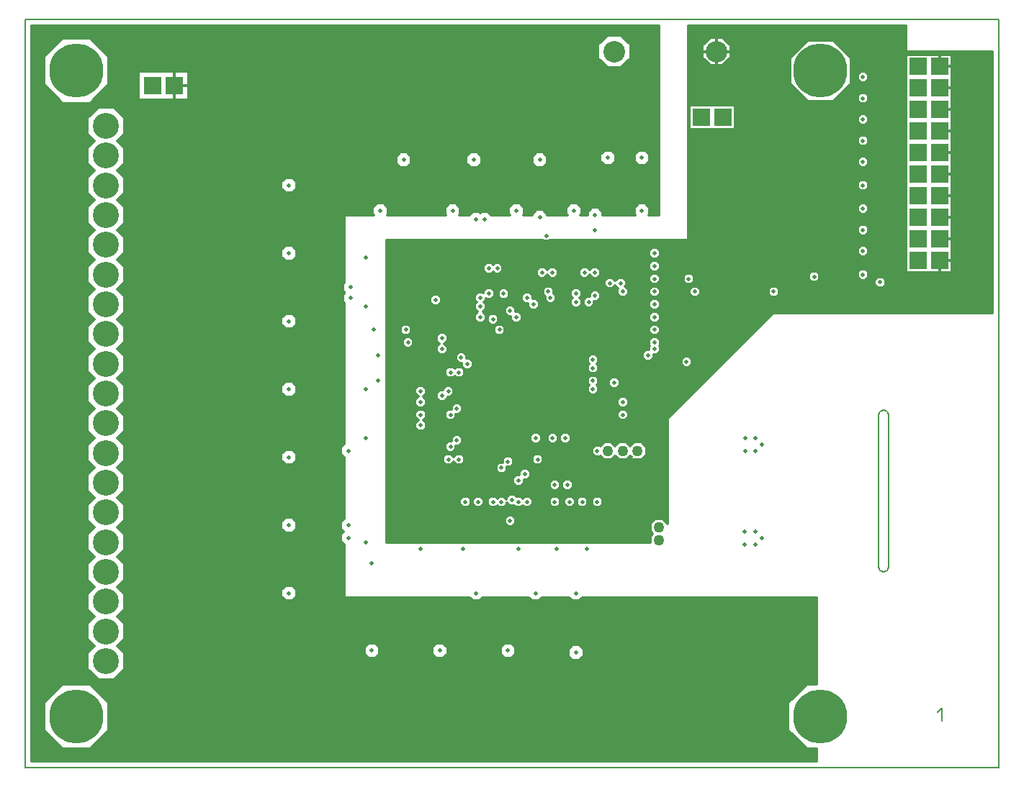
<source format=gbr>
G04 PROTEUS GERBER X2 FILE*
%TF.GenerationSoftware,Labcenter,Proteus,8.11-SP1-Build30228*%
%TF.CreationDate,2022-02-22T19:14:10+00:00*%
%TF.FileFunction,Copper,L2,Inr*%
%TF.FilePolarity,Positive*%
%TF.Part,Single*%
%TF.SameCoordinates,{6c2897ae-c00c-46c9-bae6-367ef81e3b77}*%
%FSLAX45Y45*%
%MOMM*%
G01*
%TA.AperFunction,ViaPad*%
%ADD18C,0.508000*%
%ADD19C,0.381000*%
%TA.AperFunction,Conductor*%
%ADD13C,0.304800*%
%TA.AperFunction,OtherPad,Unknown*%
%ADD21C,6.350000*%
%TA.AperFunction,ComponentPad*%
%ADD25C,3.048000*%
%TA.AperFunction,ComponentPad*%
%ADD32R,2.032000X2.032000*%
%TA.AperFunction,OtherPad,Unknown*%
%ADD36C,1.270000*%
%TA.AperFunction,ComponentPad*%
%ADD37C,2.540000*%
%TA.AperFunction,NonConductor*%
%ADD46C,0.203200*%
%TA.AperFunction,Profile*%
%ADD47C,0.203200*%
%TD.AperFunction*%
G36*
X+5900000Y+6775000D02*
X+6923800Y+6775000D01*
X+6923800Y+3700000D01*
X+4350000Y+3700000D01*
X+3100000Y+2450000D01*
X+3100000Y+1222275D01*
X+3043136Y+1279139D01*
X+2956864Y+1279139D01*
X+2895861Y+1218136D01*
X+2895861Y+1131864D01*
X+2927725Y+1100000D01*
X+2895861Y+1068136D01*
X+2895861Y+1000000D01*
X-200000Y+1000000D01*
X-200000Y+4550000D01*
X+1640555Y+4550000D01*
X+1647670Y+4542885D01*
X+1702378Y+4542885D01*
X+1709493Y+4550000D01*
X+3350000Y+4550000D01*
X+3350000Y+7073800D01*
X+5900000Y+7073800D01*
X+5900000Y+6775000D01*
G37*
%LPC*%
G36*
X+4541861Y+6401654D02*
X+4541861Y+6698346D01*
X+4751654Y+6908139D01*
X+5048346Y+6908139D01*
X+5258139Y+6698346D01*
X+5258139Y+6401654D01*
X+5048346Y+6191861D01*
X+4751654Y+6191861D01*
X+4541861Y+6401654D01*
G37*
G36*
X+6446239Y+6457761D02*
X+6446239Y+4171761D01*
X+5907761Y+4171761D01*
X+5907761Y+6742239D01*
X+6446239Y+6742239D01*
X+6446239Y+6457761D01*
G37*
G36*
X+2854139Y+2118136D02*
X+2854139Y+2031864D01*
X+2793136Y+1970861D01*
X+2706864Y+1970861D01*
X+2702940Y+1974785D01*
X+2702940Y+1963427D01*
X+2686573Y+1947060D01*
X+2663427Y+1947060D01*
X+2647060Y+1963427D01*
X+2647060Y+1986573D01*
X+2663427Y+2002940D01*
X+2674785Y+2002940D01*
X+2662500Y+2015225D01*
X+2618136Y+1970861D01*
X+2531864Y+1970861D01*
X+2487500Y+2015225D01*
X+2443136Y+1970861D01*
X+2356864Y+1970861D01*
X+2310559Y+2017166D01*
X+2302354Y+2008961D01*
X+2247646Y+2008961D01*
X+2208961Y+2047646D01*
X+2208961Y+2102354D01*
X+2247646Y+2141039D01*
X+2302354Y+2141039D01*
X+2310559Y+2132834D01*
X+2356864Y+2179139D01*
X+2443136Y+2179139D01*
X+2487500Y+2134775D01*
X+2531864Y+2179139D01*
X+2618136Y+2179139D01*
X+2662500Y+2134775D01*
X+2706864Y+2179139D01*
X+2793136Y+2179139D01*
X+2854139Y+2118136D01*
G37*
G36*
X+3507361Y+6705562D02*
X+3507361Y+6844438D01*
X+3605562Y+6942639D01*
X+3744438Y+6942639D01*
X+3842639Y+6844438D01*
X+3842639Y+6705562D01*
X+3744438Y+6607361D01*
X+3605562Y+6607361D01*
X+3507361Y+6705562D01*
G37*
G36*
X+3896239Y+5857761D02*
X+3357761Y+5857761D01*
X+3357761Y+6142239D01*
X+3896239Y+6142239D01*
X+3896239Y+5857761D01*
G37*
G36*
X+2847060Y+2938427D02*
X+2847060Y+2961573D01*
X+2863427Y+2977940D01*
X+2886573Y+2977940D01*
X+2902940Y+2961573D01*
X+2902940Y+2938427D01*
X+2886573Y+2922060D01*
X+2863427Y+2922060D01*
X+2847060Y+2938427D01*
G37*
G36*
X+2797060Y+2863427D02*
X+2797060Y+2886573D01*
X+2813427Y+2902940D01*
X+2836573Y+2902940D01*
X+2852940Y+2886573D01*
X+2852940Y+2863427D01*
X+2836573Y+2847060D01*
X+2813427Y+2847060D01*
X+2797060Y+2863427D01*
G37*
G36*
X+2797060Y+2563427D02*
X+2797060Y+2586573D01*
X+2813427Y+2602940D01*
X+2836573Y+2602940D01*
X+2852940Y+2586573D01*
X+2852940Y+2563427D01*
X+2836573Y+2547060D01*
X+2813427Y+2547060D01*
X+2797060Y+2563427D01*
G37*
G36*
X+2797060Y+2713427D02*
X+2797060Y+2736573D01*
X+2813427Y+2752940D01*
X+2836573Y+2752940D01*
X+2852940Y+2736573D01*
X+2852940Y+2713427D01*
X+2836573Y+2697060D01*
X+2813427Y+2697060D01*
X+2797060Y+2713427D01*
G37*
G36*
X+2847060Y+2788427D02*
X+2847060Y+2811573D01*
X+2863427Y+2827940D01*
X+2886573Y+2827940D01*
X+2902940Y+2811573D01*
X+2902940Y+2788427D01*
X+2886573Y+2772060D01*
X+2863427Y+2772060D01*
X+2847060Y+2788427D01*
G37*
G36*
X+2847060Y+2638427D02*
X+2847060Y+2661573D01*
X+2863427Y+2677940D01*
X+2886573Y+2677940D01*
X+2902940Y+2661573D01*
X+2902940Y+2638427D01*
X+2886573Y+2622060D01*
X+2863427Y+2622060D01*
X+2847060Y+2638427D01*
G37*
G36*
X+2847060Y+2488427D02*
X+2847060Y+2511573D01*
X+2863427Y+2527940D01*
X+2886573Y+2527940D01*
X+2902940Y+2511573D01*
X+2902940Y+2488427D01*
X+2886573Y+2472060D01*
X+2863427Y+2472060D01*
X+2847060Y+2488427D01*
G37*
G36*
X+2377940Y+1830738D02*
X+2377940Y+1807592D01*
X+2370348Y+1800000D01*
X+2377940Y+1792408D01*
X+2377940Y+1769262D01*
X+2361573Y+1752895D01*
X+2338427Y+1752895D01*
X+2322060Y+1769262D01*
X+2322060Y+1792408D01*
X+2329652Y+1800000D01*
X+2322060Y+1807592D01*
X+2322060Y+1830738D01*
X+2338427Y+1847105D01*
X+2361573Y+1847105D01*
X+2377940Y+1830738D01*
G37*
G36*
X+2422060Y+1788427D02*
X+2422060Y+1811573D01*
X+2438427Y+1827940D01*
X+2461573Y+1827940D01*
X+2477940Y+1811573D01*
X+2477940Y+1788427D01*
X+2461573Y+1772060D01*
X+2438427Y+1772060D01*
X+2422060Y+1788427D01*
G37*
G36*
X+2852940Y+2336573D02*
X+2852940Y+2313427D01*
X+2842430Y+2302918D01*
X+2852940Y+2292408D01*
X+2852940Y+2269262D01*
X+2836573Y+2252895D01*
X+2813427Y+2252895D01*
X+2797060Y+2269262D01*
X+2797060Y+2292408D01*
X+2807570Y+2302918D01*
X+2797060Y+2313427D01*
X+2797060Y+2336573D01*
X+2813427Y+2352940D01*
X+2836573Y+2352940D01*
X+2852940Y+2336573D01*
G37*
G36*
X+2897060Y+2288427D02*
X+2897060Y+2311573D01*
X+2913427Y+2327940D01*
X+2936573Y+2327940D01*
X+2952940Y+2311573D01*
X+2952940Y+2288427D01*
X+2936573Y+2272060D01*
X+2913427Y+2272060D01*
X+2897060Y+2288427D01*
G37*
G36*
X+3053613Y+2335900D02*
X+3053613Y+2312754D01*
X+3040186Y+2299327D01*
X+3052940Y+2286573D01*
X+3052940Y+2263427D01*
X+3036573Y+2247060D01*
X+3013427Y+2247060D01*
X+2997060Y+2263427D01*
X+2997060Y+2286573D01*
X+3010487Y+2300000D01*
X+2997733Y+2312754D01*
X+2997733Y+2335900D01*
X+3014100Y+2352267D01*
X+3037246Y+2352267D01*
X+3053613Y+2335900D01*
G37*
G36*
X+2291039Y+2927354D02*
X+2291039Y+2872646D01*
X+2268393Y+2850000D01*
X+2291039Y+2827354D01*
X+2291039Y+2772646D01*
X+2252354Y+2733961D01*
X+2197646Y+2733961D01*
X+2158961Y+2772646D01*
X+2158961Y+2827354D01*
X+2181607Y+2850000D01*
X+2158961Y+2872646D01*
X+2158961Y+2927354D01*
X+2197646Y+2966039D01*
X+2252354Y+2966039D01*
X+2291039Y+2927354D01*
G37*
G36*
X+2408961Y+2847646D02*
X+2408961Y+2902354D01*
X+2447646Y+2941039D01*
X+2502354Y+2941039D01*
X+2541039Y+2902354D01*
X+2541039Y+2847646D01*
X+2502354Y+2808961D01*
X+2447646Y+2808961D01*
X+2408961Y+2847646D01*
G37*
G36*
X+2291039Y+3177354D02*
X+2291039Y+3122646D01*
X+2268393Y+3100000D01*
X+2291039Y+3077354D01*
X+2291039Y+3022646D01*
X+2252354Y+2983961D01*
X+2197646Y+2983961D01*
X+2158961Y+3022646D01*
X+2158961Y+3077354D01*
X+2181607Y+3100000D01*
X+2158961Y+3122646D01*
X+2158961Y+3177354D01*
X+2197646Y+3216039D01*
X+2252354Y+3216039D01*
X+2291039Y+3177354D01*
G37*
G36*
X+2522060Y+1788427D02*
X+2522060Y+1811573D01*
X+2538427Y+1827940D01*
X+2561573Y+1827940D01*
X+2577940Y+1811573D01*
X+2577940Y+1788427D01*
X+2561573Y+1772060D01*
X+2538427Y+1772060D01*
X+2522060Y+1788427D01*
G37*
G36*
X+1291039Y+1977354D02*
X+1291039Y+1922646D01*
X+1252354Y+1883961D01*
X+1216039Y+1883961D01*
X+1216039Y+1847646D01*
X+1177354Y+1808961D01*
X+1122646Y+1808961D01*
X+1083961Y+1847646D01*
X+1083961Y+1902354D01*
X+1122646Y+1941039D01*
X+1158961Y+1941039D01*
X+1158961Y+1977354D01*
X+1197646Y+2016039D01*
X+1252354Y+2016039D01*
X+1291039Y+1977354D01*
G37*
G36*
X+808961Y+1447646D02*
X+808961Y+1502354D01*
X+847646Y+1541039D01*
X+902354Y+1541039D01*
X+941039Y+1502354D01*
X+941039Y+1447646D01*
X+902354Y+1408961D01*
X+847646Y+1408961D01*
X+808961Y+1447646D01*
G37*
G36*
X+658961Y+1447646D02*
X+658961Y+1502354D01*
X+697646Y+1541039D01*
X+752354Y+1541039D01*
X+791039Y+1502354D01*
X+791039Y+1447646D01*
X+752354Y+1408961D01*
X+697646Y+1408961D01*
X+658961Y+1447646D01*
G37*
G36*
X+691039Y+2227354D02*
X+691039Y+2172646D01*
X+652354Y+2133961D01*
X+616039Y+2133961D01*
X+616039Y+2097646D01*
X+577354Y+2058961D01*
X+522646Y+2058961D01*
X+483961Y+2097646D01*
X+483961Y+2152354D01*
X+522646Y+2191039D01*
X+558961Y+2191039D01*
X+558961Y+2227354D01*
X+597646Y+2266039D01*
X+652354Y+2266039D01*
X+691039Y+2227354D01*
G37*
G36*
X+716039Y+2002354D02*
X+716039Y+1947646D01*
X+677354Y+1908961D01*
X+622646Y+1908961D01*
X+587500Y+1944107D01*
X+552354Y+1908961D01*
X+497646Y+1908961D01*
X+458961Y+1947646D01*
X+458961Y+2002354D01*
X+497646Y+2041039D01*
X+552354Y+2041039D01*
X+587500Y+2005893D01*
X+622646Y+2041039D01*
X+677354Y+2041039D01*
X+716039Y+2002354D01*
G37*
G36*
X+591039Y+2802354D02*
X+591039Y+2747646D01*
X+552354Y+2708961D01*
X+516039Y+2708961D01*
X+516039Y+2697646D01*
X+477354Y+2658961D01*
X+422646Y+2658961D01*
X+383961Y+2697646D01*
X+383961Y+2752354D01*
X+422646Y+2791039D01*
X+458961Y+2791039D01*
X+458961Y+2802354D01*
X+497646Y+2841039D01*
X+552354Y+2841039D01*
X+591039Y+2802354D01*
G37*
G36*
X+741039Y+3202354D02*
X+741039Y+3166039D01*
X+777354Y+3166039D01*
X+816039Y+3127354D01*
X+816039Y+3072646D01*
X+777354Y+3033961D01*
X+722646Y+3033961D01*
X+683961Y+3072646D01*
X+683961Y+3108961D01*
X+647646Y+3108961D01*
X+608961Y+3147646D01*
X+608961Y+3202354D01*
X+647646Y+3241039D01*
X+702354Y+3241039D01*
X+741039Y+3202354D01*
G37*
G36*
X+516039Y+3427354D02*
X+516039Y+3372646D01*
X+480893Y+3337500D01*
X+516039Y+3302354D01*
X+516039Y+3247646D01*
X+477354Y+3208961D01*
X+422646Y+3208961D01*
X+383961Y+3247646D01*
X+383961Y+3302354D01*
X+419107Y+3337500D01*
X+383961Y+3372646D01*
X+383961Y+3427354D01*
X+422646Y+3466039D01*
X+477354Y+3466039D01*
X+516039Y+3427354D01*
G37*
G36*
X+983961Y+3597646D02*
X+983961Y+3652354D01*
X+1022646Y+3691039D01*
X+1077354Y+3691039D01*
X+1116039Y+3652354D01*
X+1116039Y+3597646D01*
X+1077354Y+3558961D01*
X+1022646Y+3558961D01*
X+983961Y+3597646D01*
G37*
G36*
X+1066039Y+3952354D02*
X+1066039Y+3897646D01*
X+1027354Y+3858961D01*
X+972646Y+3858961D01*
X+966039Y+3865568D01*
X+966039Y+3847646D01*
X+943393Y+3825000D01*
X+966039Y+3802354D01*
X+966039Y+3747646D01*
X+930893Y+3712500D01*
X+966039Y+3677354D01*
X+966039Y+3622646D01*
X+927354Y+3583961D01*
X+872646Y+3583961D01*
X+833961Y+3622646D01*
X+833961Y+3677354D01*
X+869107Y+3712500D01*
X+833961Y+3747646D01*
X+833961Y+3802354D01*
X+856607Y+3825000D01*
X+833961Y+3847646D01*
X+833961Y+3902354D01*
X+872646Y+3941039D01*
X+927354Y+3941039D01*
X+933961Y+3934432D01*
X+933961Y+3952354D01*
X+972646Y+3991039D01*
X+1027354Y+3991039D01*
X+1066039Y+3952354D01*
G37*
G36*
X+1316039Y+3752354D02*
X+1316039Y+3716039D01*
X+1352354Y+3716039D01*
X+1391039Y+3677354D01*
X+1391039Y+3622646D01*
X+1352354Y+3583961D01*
X+1297646Y+3583961D01*
X+1258961Y+3622646D01*
X+1258961Y+3658961D01*
X+1222646Y+3658961D01*
X+1183961Y+3697646D01*
X+1183961Y+3752354D01*
X+1222646Y+3791039D01*
X+1277354Y+3791039D01*
X+1316039Y+3752354D01*
G37*
G36*
X+1108961Y+3897646D02*
X+1108961Y+3952354D01*
X+1147646Y+3991039D01*
X+1202354Y+3991039D01*
X+1241039Y+3952354D01*
X+1241039Y+3897646D01*
X+1202354Y+3858961D01*
X+1147646Y+3858961D01*
X+1108961Y+3897646D01*
G37*
G36*
X+1766039Y+3977354D02*
X+1766039Y+3927354D01*
X+1791039Y+3902354D01*
X+1791039Y+3847646D01*
X+1752354Y+3808961D01*
X+1697646Y+3808961D01*
X+1658961Y+3847646D01*
X+1658961Y+3897646D01*
X+1633961Y+3922646D01*
X+1633961Y+3977354D01*
X+1672646Y+4016039D01*
X+1727354Y+4016039D01*
X+1766039Y+3977354D01*
G37*
G36*
X+2372060Y+3338427D02*
X+2372060Y+3361573D01*
X+2388427Y+3377940D01*
X+2411573Y+3377940D01*
X+2427940Y+3361573D01*
X+2427940Y+3338427D01*
X+2411573Y+3322060D01*
X+2388427Y+3322060D01*
X+2372060Y+3338427D01*
G37*
G36*
X+2522060Y+3438427D02*
X+2522060Y+3461573D01*
X+2538427Y+3477940D01*
X+2561573Y+3477940D01*
X+2577940Y+3461573D01*
X+2577940Y+3438427D01*
X+2561573Y+3422060D01*
X+2538427Y+3422060D01*
X+2522060Y+3438427D01*
G37*
G36*
X+2316039Y+4202354D02*
X+2316039Y+4147646D01*
X+2277354Y+4108961D01*
X+2222646Y+4108961D01*
X+2187500Y+4144107D01*
X+2152354Y+4108961D01*
X+2097646Y+4108961D01*
X+2058961Y+4147646D01*
X+2058961Y+4202354D01*
X+2097646Y+4241039D01*
X+2152354Y+4241039D01*
X+2187500Y+4205893D01*
X+2222646Y+4241039D01*
X+2277354Y+4241039D01*
X+2316039Y+4202354D01*
G37*
G36*
X+2091039Y+3952354D02*
X+2091039Y+3897646D01*
X+2068393Y+3875000D01*
X+2091039Y+3852354D01*
X+2091039Y+3797646D01*
X+2052354Y+3758961D01*
X+1997646Y+3758961D01*
X+1958961Y+3797646D01*
X+1958961Y+3852354D01*
X+1981607Y+3875000D01*
X+1958961Y+3897646D01*
X+1958961Y+3952354D01*
X+1997646Y+3991039D01*
X+2052354Y+3991039D01*
X+2091039Y+3952354D01*
G37*
G36*
X+2316039Y+3927354D02*
X+2316039Y+3872646D01*
X+2277354Y+3833961D01*
X+2241039Y+3833961D01*
X+2241039Y+3797646D01*
X+2202354Y+3758961D01*
X+2147646Y+3758961D01*
X+2108961Y+3797646D01*
X+2108961Y+3852354D01*
X+2147646Y+3891039D01*
X+2183961Y+3891039D01*
X+2183961Y+3927354D01*
X+2222646Y+3966039D01*
X+2277354Y+3966039D01*
X+2316039Y+3927354D01*
G37*
G36*
X+2616039Y+4077354D02*
X+2616039Y+4022646D01*
X+2605893Y+4012500D01*
X+2641039Y+3977354D01*
X+2641039Y+3922646D01*
X+2602354Y+3883961D01*
X+2547646Y+3883961D01*
X+2508961Y+3922646D01*
X+2508961Y+3977354D01*
X+2519107Y+3987500D01*
X+2487500Y+4019107D01*
X+2452354Y+3983961D01*
X+2397646Y+3983961D01*
X+2358961Y+4022646D01*
X+2358961Y+4077354D01*
X+2397646Y+4116039D01*
X+2452354Y+4116039D01*
X+2487500Y+4080893D01*
X+2522646Y+4116039D01*
X+2577354Y+4116039D01*
X+2616039Y+4077354D01*
G37*
G36*
X+1327354Y+1541039D02*
X+1377354Y+1541039D01*
X+1400000Y+1518393D01*
X+1422646Y+1541039D01*
X+1477354Y+1541039D01*
X+1516039Y+1502354D01*
X+1516039Y+1447646D01*
X+1477354Y+1408961D01*
X+1422646Y+1408961D01*
X+1400000Y+1431607D01*
X+1377354Y+1408961D01*
X+1322646Y+1408961D01*
X+1297646Y+1433961D01*
X+1247646Y+1433961D01*
X+1216039Y+1465568D01*
X+1216039Y+1447646D01*
X+1177354Y+1408961D01*
X+1122646Y+1408961D01*
X+1100000Y+1431607D01*
X+1077354Y+1408961D01*
X+1022646Y+1408961D01*
X+983961Y+1447646D01*
X+983961Y+1502354D01*
X+1022646Y+1541039D01*
X+1077354Y+1541039D01*
X+1100000Y+1518393D01*
X+1122646Y+1541039D01*
X+1177354Y+1541039D01*
X+1208961Y+1509432D01*
X+1208961Y+1527354D01*
X+1247646Y+1566039D01*
X+1302354Y+1566039D01*
X+1327354Y+1541039D01*
G37*
G36*
X+1491039Y+1827354D02*
X+1491039Y+1772646D01*
X+1452354Y+1733961D01*
X+1416039Y+1733961D01*
X+1416039Y+1697646D01*
X+1377354Y+1658961D01*
X+1322646Y+1658961D01*
X+1283961Y+1697646D01*
X+1283961Y+1752354D01*
X+1322646Y+1791039D01*
X+1358961Y+1791039D01*
X+1358961Y+1827354D01*
X+1397646Y+1866039D01*
X+1452354Y+1866039D01*
X+1491039Y+1827354D01*
G37*
G36*
X+1708961Y+1447646D02*
X+1708961Y+1502354D01*
X+1747646Y+1541039D01*
X+1802354Y+1541039D01*
X+1841039Y+1502354D01*
X+1841039Y+1447646D01*
X+1802354Y+1408961D01*
X+1747646Y+1408961D01*
X+1708961Y+1447646D01*
G37*
G36*
X+1708961Y+1647646D02*
X+1708961Y+1702354D01*
X+1747646Y+1741039D01*
X+1802354Y+1741039D01*
X+1841039Y+1702354D01*
X+1841039Y+1647646D01*
X+1802354Y+1608961D01*
X+1747646Y+1608961D01*
X+1708961Y+1647646D01*
G37*
G36*
X+1683961Y+2197646D02*
X+1683961Y+2252354D01*
X+1722646Y+2291039D01*
X+1777354Y+2291039D01*
X+1816039Y+2252354D01*
X+1816039Y+2197646D01*
X+1777354Y+2158961D01*
X+1722646Y+2158961D01*
X+1683961Y+2197646D01*
G37*
G36*
X+1883961Y+1447646D02*
X+1883961Y+1502354D01*
X+1922646Y+1541039D01*
X+1977354Y+1541039D01*
X+2016039Y+1502354D01*
X+2016039Y+1447646D01*
X+1977354Y+1408961D01*
X+1922646Y+1408961D01*
X+1883961Y+1447646D01*
G37*
G36*
X+1508961Y+1947646D02*
X+1508961Y+2002354D01*
X+1547646Y+2041039D01*
X+1602354Y+2041039D01*
X+1641039Y+2002354D01*
X+1641039Y+1947646D01*
X+1602354Y+1908961D01*
X+1547646Y+1908961D01*
X+1508961Y+1947646D01*
G37*
G36*
X+1483961Y+2197646D02*
X+1483961Y+2252354D01*
X+1522646Y+2291039D01*
X+1577354Y+2291039D01*
X+1616039Y+2252354D01*
X+1616039Y+2197646D01*
X+1577354Y+2158961D01*
X+1522646Y+2158961D01*
X+1483961Y+2197646D01*
G37*
G36*
X+1833961Y+2197646D02*
X+1833961Y+2252354D01*
X+1872646Y+2291039D01*
X+1927354Y+2291039D01*
X+1966039Y+2252354D01*
X+1966039Y+2197646D01*
X+1927354Y+2158961D01*
X+1872646Y+2158961D01*
X+1833961Y+2197646D01*
G37*
G36*
X+2208961Y+1447646D02*
X+2208961Y+1502354D01*
X+2247646Y+1541039D01*
X+2302354Y+1541039D01*
X+2341039Y+1502354D01*
X+2341039Y+1447646D01*
X+2302354Y+1408961D01*
X+2247646Y+1408961D01*
X+2208961Y+1447646D01*
G37*
G36*
X+308961Y+3822646D02*
X+308961Y+3877354D01*
X+347646Y+3916039D01*
X+402354Y+3916039D01*
X+441039Y+3877354D01*
X+441039Y+3822646D01*
X+402354Y+3783961D01*
X+347646Y+3783961D01*
X+308961Y+3822646D01*
G37*
G36*
X+1166039Y+4252354D02*
X+1166039Y+4197646D01*
X+1127354Y+4158961D01*
X+1072646Y+4158961D01*
X+1050000Y+4181607D01*
X+1027354Y+4158961D01*
X+972646Y+4158961D01*
X+933961Y+4197646D01*
X+933961Y+4252354D01*
X+972646Y+4291039D01*
X+1027354Y+4291039D01*
X+1050000Y+4268393D01*
X+1072646Y+4291039D01*
X+1127354Y+4291039D01*
X+1166039Y+4252354D01*
G37*
G36*
X+1516039Y+3902354D02*
X+1516039Y+3866039D01*
X+1552354Y+3866039D01*
X+1591039Y+3827354D01*
X+1591039Y+3772646D01*
X+1552354Y+3733961D01*
X+1497646Y+3733961D01*
X+1458961Y+3772646D01*
X+1458961Y+3808961D01*
X+1422646Y+3808961D01*
X+1383961Y+3847646D01*
X+1383961Y+3902354D01*
X+1422646Y+3941039D01*
X+1477354Y+3941039D01*
X+1516039Y+3902354D01*
G37*
G36*
X+1816039Y+4202354D02*
X+1816039Y+4147646D01*
X+1777354Y+4108961D01*
X+1722646Y+4108961D01*
X+1687500Y+4144107D01*
X+1652354Y+4108961D01*
X+1597646Y+4108961D01*
X+1558961Y+4147646D01*
X+1558961Y+4202354D01*
X+1597646Y+4241039D01*
X+1652354Y+4241039D01*
X+1687500Y+4205893D01*
X+1722646Y+4241039D01*
X+1777354Y+4241039D01*
X+1816039Y+4202354D01*
G37*
G36*
X+1647060Y+2910747D02*
X+1647060Y+2933893D01*
X+1663427Y+2950260D01*
X+1686573Y+2950260D01*
X+1702940Y+2933893D01*
X+1702940Y+2910747D01*
X+1686573Y+2894380D01*
X+1663427Y+2894380D01*
X+1647060Y+2910747D01*
G37*
G36*
X+1799460Y+2910747D02*
X+1799460Y+2933893D01*
X+1815827Y+2950260D01*
X+1838973Y+2950260D01*
X+1855340Y+2933893D01*
X+1855340Y+2910747D01*
X+1838973Y+2894380D01*
X+1815827Y+2894380D01*
X+1799460Y+2910747D01*
G37*
G36*
X+1799460Y+2760887D02*
X+1799460Y+2784033D01*
X+1815827Y+2800400D01*
X+1838973Y+2800400D01*
X+1855340Y+2784033D01*
X+1855340Y+2760887D01*
X+1838973Y+2744520D01*
X+1815827Y+2744520D01*
X+1799460Y+2760887D01*
G37*
G36*
X+1799460Y+2608487D02*
X+1799460Y+2631633D01*
X+1815827Y+2648000D01*
X+1838973Y+2648000D01*
X+1855340Y+2631633D01*
X+1855340Y+2608487D01*
X+1838973Y+2592120D01*
X+1815827Y+2592120D01*
X+1799460Y+2608487D01*
G37*
G36*
X+1647060Y+2608487D02*
X+1647060Y+2631633D01*
X+1663427Y+2648000D01*
X+1686573Y+2648000D01*
X+1702940Y+2631633D01*
X+1702940Y+2608487D01*
X+1686573Y+2592120D01*
X+1663427Y+2592120D01*
X+1647060Y+2608487D01*
G37*
G36*
X+1494660Y+2608487D02*
X+1494660Y+2631633D01*
X+1511027Y+2648000D01*
X+1534173Y+2648000D01*
X+1550540Y+2631633D01*
X+1550540Y+2608487D01*
X+1534173Y+2592120D01*
X+1511027Y+2592120D01*
X+1494660Y+2608487D01*
G37*
G36*
X+1492120Y+2763427D02*
X+1492120Y+2786573D01*
X+1508487Y+2802940D01*
X+1531633Y+2802940D01*
X+1548000Y+2786573D01*
X+1548000Y+2763427D01*
X+1531633Y+2747060D01*
X+1508487Y+2747060D01*
X+1492120Y+2763427D01*
G37*
G36*
X+1647060Y+2763427D02*
X+1647060Y+2786573D01*
X+1663427Y+2802940D01*
X+1686573Y+2802940D01*
X+1702940Y+2786573D01*
X+1702940Y+2763427D01*
X+1686573Y+2747060D01*
X+1663427Y+2747060D01*
X+1647060Y+2763427D01*
G37*
G36*
X+1352420Y+2763427D02*
X+1352420Y+2786573D01*
X+1368787Y+2802940D01*
X+1391933Y+2802940D01*
X+1408300Y+2786573D01*
X+1408300Y+2763427D01*
X+1391933Y+2747060D01*
X+1368787Y+2747060D01*
X+1352420Y+2763427D01*
G37*
G36*
X+1352420Y+2608487D02*
X+1352420Y+2631633D01*
X+1368787Y+2648000D01*
X+1391933Y+2648000D01*
X+1408300Y+2631633D01*
X+1408300Y+2608487D01*
X+1391933Y+2592120D01*
X+1368787Y+2592120D01*
X+1352420Y+2608487D01*
G37*
G36*
X+1352420Y+2461167D02*
X+1352420Y+2484313D01*
X+1368787Y+2500680D01*
X+1391933Y+2500680D01*
X+1408300Y+2484313D01*
X+1408300Y+2461167D01*
X+1391933Y+2444800D01*
X+1368787Y+2444800D01*
X+1352420Y+2461167D01*
G37*
G36*
X+1494660Y+2461167D02*
X+1494660Y+2484313D01*
X+1511027Y+2500680D01*
X+1534173Y+2500680D01*
X+1550540Y+2484313D01*
X+1550540Y+2461167D01*
X+1534173Y+2444800D01*
X+1511027Y+2444800D01*
X+1494660Y+2461167D01*
G37*
G36*
X+1644520Y+2461167D02*
X+1644520Y+2484313D01*
X+1660887Y+2500680D01*
X+1684033Y+2500680D01*
X+1700400Y+2484313D01*
X+1700400Y+2461167D01*
X+1684033Y+2444800D01*
X+1660887Y+2444800D01*
X+1644520Y+2461167D01*
G37*
G36*
X+1796920Y+2461167D02*
X+1796920Y+2484313D01*
X+1813287Y+2500680D01*
X+1836433Y+2500680D01*
X+1852800Y+2484313D01*
X+1852800Y+2461167D01*
X+1836433Y+2444800D01*
X+1813287Y+2444800D01*
X+1796920Y+2461167D01*
G37*
G36*
X+1944240Y+2461167D02*
X+1944240Y+2484313D01*
X+1960607Y+2500680D01*
X+1983753Y+2500680D01*
X+2000120Y+2484313D01*
X+2000120Y+2461167D01*
X+1983753Y+2444800D01*
X+1960607Y+2444800D01*
X+1944240Y+2461167D01*
G37*
G36*
X+1944240Y+2608487D02*
X+1944240Y+2631633D01*
X+1960607Y+2648000D01*
X+1983753Y+2648000D01*
X+2000120Y+2631633D01*
X+2000120Y+2608487D01*
X+1983753Y+2592120D01*
X+1960607Y+2592120D01*
X+1944240Y+2608487D01*
G37*
G36*
X+1944240Y+2763427D02*
X+1944240Y+2786573D01*
X+1960607Y+2802940D01*
X+1983753Y+2802940D01*
X+2000120Y+2786573D01*
X+2000120Y+2763427D01*
X+1983753Y+2747060D01*
X+1960607Y+2747060D01*
X+1944240Y+2763427D01*
G37*
G36*
X+1944240Y+2913287D02*
X+1944240Y+2936433D01*
X+1960607Y+2952800D01*
X+1983753Y+2952800D01*
X+2000120Y+2936433D01*
X+2000120Y+2913287D01*
X+1983753Y+2896920D01*
X+1960607Y+2896920D01*
X+1944240Y+2913287D01*
G37*
G36*
X+1352420Y+2910747D02*
X+1352420Y+2933893D01*
X+1368787Y+2950260D01*
X+1391933Y+2950260D01*
X+1408300Y+2933893D01*
X+1408300Y+2910747D01*
X+1391933Y+2894380D01*
X+1368787Y+2894380D01*
X+1352420Y+2910747D01*
G37*
G36*
X+1497200Y+2910747D02*
X+1497200Y+2933893D01*
X+1513567Y+2950260D01*
X+1536713Y+2950260D01*
X+1553080Y+2933893D01*
X+1553080Y+2910747D01*
X+1536713Y+2894380D01*
X+1513567Y+2894380D01*
X+1497200Y+2910747D01*
G37*
G36*
X+1647060Y+3063147D02*
X+1647060Y+3086293D01*
X+1663427Y+3102660D01*
X+1686573Y+3102660D01*
X+1702940Y+3086293D01*
X+1702940Y+3063147D01*
X+1686573Y+3046780D01*
X+1663427Y+3046780D01*
X+1647060Y+3063147D01*
G37*
G36*
X+1799460Y+3063147D02*
X+1799460Y+3086293D01*
X+1815827Y+3102660D01*
X+1838973Y+3102660D01*
X+1855340Y+3086293D01*
X+1855340Y+3063147D01*
X+1838973Y+3046780D01*
X+1815827Y+3046780D01*
X+1799460Y+3063147D01*
G37*
G36*
X+1944240Y+3063147D02*
X+1944240Y+3086293D01*
X+1960607Y+3102660D01*
X+1983753Y+3102660D01*
X+2000120Y+3086293D01*
X+2000120Y+3063147D01*
X+1983753Y+3046780D01*
X+1960607Y+3046780D01*
X+1944240Y+3063147D01*
G37*
G36*
X+1497200Y+3063147D02*
X+1497200Y+3086293D01*
X+1513567Y+3102660D01*
X+1536713Y+3102660D01*
X+1553080Y+3086293D01*
X+1553080Y+3063147D01*
X+1536713Y+3046780D01*
X+1513567Y+3046780D01*
X+1497200Y+3063147D01*
G37*
G36*
X+1873120Y+2435767D02*
X+1873120Y+2458913D01*
X+1889487Y+2475280D01*
X+1912633Y+2475280D01*
X+1929000Y+2458913D01*
X+1929000Y+2435767D01*
X+1912633Y+2419400D01*
X+1889487Y+2419400D01*
X+1873120Y+2435767D01*
G37*
G36*
X+1723260Y+2435767D02*
X+1723260Y+2458913D01*
X+1739627Y+2475280D01*
X+1762773Y+2475280D01*
X+1779140Y+2458913D01*
X+1779140Y+2435767D01*
X+1762773Y+2419400D01*
X+1739627Y+2419400D01*
X+1723260Y+2435767D01*
G37*
G36*
X+1570860Y+2435767D02*
X+1570860Y+2458913D01*
X+1587227Y+2475280D01*
X+1610373Y+2475280D01*
X+1626740Y+2458913D01*
X+1626740Y+2435767D01*
X+1610373Y+2419400D01*
X+1587227Y+2419400D01*
X+1570860Y+2435767D01*
G37*
G36*
X+1421000Y+2435767D02*
X+1421000Y+2458913D01*
X+1437367Y+2475280D01*
X+1460513Y+2475280D01*
X+1476880Y+2458913D01*
X+1476880Y+2435767D01*
X+1460513Y+2419400D01*
X+1437367Y+2419400D01*
X+1421000Y+2435767D01*
G37*
G36*
X+1321940Y+2537367D02*
X+1321940Y+2560513D01*
X+1338307Y+2576880D01*
X+1361453Y+2576880D01*
X+1377820Y+2560513D01*
X+1377820Y+2537367D01*
X+1361453Y+2521000D01*
X+1338307Y+2521000D01*
X+1321940Y+2537367D01*
G37*
G36*
X+1321940Y+2684687D02*
X+1321940Y+2707833D01*
X+1338307Y+2724200D01*
X+1361453Y+2724200D01*
X+1377820Y+2707833D01*
X+1377820Y+2684687D01*
X+1361453Y+2668320D01*
X+1338307Y+2668320D01*
X+1321940Y+2684687D01*
G37*
G36*
X+1321940Y+2839627D02*
X+1321940Y+2862773D01*
X+1338307Y+2879140D01*
X+1361453Y+2879140D01*
X+1377820Y+2862773D01*
X+1377820Y+2839627D01*
X+1361453Y+2823260D01*
X+1338307Y+2823260D01*
X+1321940Y+2839627D01*
G37*
G36*
X+1321940Y+2986947D02*
X+1321940Y+3010093D01*
X+1338307Y+3026460D01*
X+1361453Y+3026460D01*
X+1377820Y+3010093D01*
X+1377820Y+2986947D01*
X+1361453Y+2970580D01*
X+1338307Y+2970580D01*
X+1321940Y+2986947D01*
G37*
G36*
X+1352420Y+3063147D02*
X+1352420Y+3086293D01*
X+1368787Y+3102660D01*
X+1391933Y+3102660D01*
X+1408300Y+3086293D01*
X+1408300Y+3063147D01*
X+1391933Y+3046780D01*
X+1368787Y+3046780D01*
X+1352420Y+3063147D01*
G37*
G36*
X+1423540Y+3088547D02*
X+1423540Y+3111693D01*
X+1439907Y+3128060D01*
X+1463053Y+3128060D01*
X+1479420Y+3111693D01*
X+1479420Y+3088547D01*
X+1463053Y+3072180D01*
X+1439907Y+3072180D01*
X+1423540Y+3088547D01*
G37*
G36*
X+1573400Y+3088547D02*
X+1573400Y+3111693D01*
X+1589767Y+3128060D01*
X+1612913Y+3128060D01*
X+1629280Y+3111693D01*
X+1629280Y+3088547D01*
X+1612913Y+3072180D01*
X+1589767Y+3072180D01*
X+1573400Y+3088547D01*
G37*
G36*
X+1723260Y+3088547D02*
X+1723260Y+3111693D01*
X+1739627Y+3128060D01*
X+1762773Y+3128060D01*
X+1779140Y+3111693D01*
X+1779140Y+3088547D01*
X+1762773Y+3072180D01*
X+1739627Y+3072180D01*
X+1723260Y+3088547D01*
G37*
G36*
X+1873120Y+3088547D02*
X+1873120Y+3111693D01*
X+1889487Y+3128060D01*
X+1912633Y+3128060D01*
X+1929000Y+3111693D01*
X+1929000Y+3088547D01*
X+1912633Y+3072180D01*
X+1889487Y+3072180D01*
X+1873120Y+3088547D01*
G37*
G36*
X+1974720Y+2986947D02*
X+1974720Y+3010093D01*
X+1991087Y+3026460D01*
X+2014233Y+3026460D01*
X+2030600Y+3010093D01*
X+2030600Y+2986947D01*
X+2014233Y+2970580D01*
X+1991087Y+2970580D01*
X+1974720Y+2986947D01*
G37*
G36*
X+1974720Y+2837087D02*
X+1974720Y+2860233D01*
X+1991087Y+2876600D01*
X+2014233Y+2876600D01*
X+2030600Y+2860233D01*
X+2030600Y+2837087D01*
X+2014233Y+2820720D01*
X+1991087Y+2820720D01*
X+1974720Y+2837087D01*
G37*
G36*
X+1974720Y+2684687D02*
X+1974720Y+2707833D01*
X+1991087Y+2724200D01*
X+2014233Y+2724200D01*
X+2030600Y+2707833D01*
X+2030600Y+2684687D01*
X+2014233Y+2668320D01*
X+1991087Y+2668320D01*
X+1974720Y+2684687D01*
G37*
G36*
X+1974720Y+2537367D02*
X+1974720Y+2560513D01*
X+1991087Y+2576880D01*
X+2014233Y+2576880D01*
X+2030600Y+2560513D01*
X+2030600Y+2537367D01*
X+2014233Y+2521000D01*
X+1991087Y+2521000D01*
X+1974720Y+2537367D01*
G37*
G36*
X+3016039Y+3377354D02*
X+3016039Y+3322646D01*
X+3005893Y+3312500D01*
X+3016039Y+3302354D01*
X+3016039Y+3247646D01*
X+2977354Y+3208961D01*
X+2941039Y+3208961D01*
X+2941039Y+3172646D01*
X+2902354Y+3133961D01*
X+2847646Y+3133961D01*
X+2808961Y+3172646D01*
X+2808961Y+3227354D01*
X+2847646Y+3266039D01*
X+2883961Y+3266039D01*
X+2883961Y+3302354D01*
X+2894107Y+3312500D01*
X+2883961Y+3322646D01*
X+2883961Y+3377354D01*
X+2922646Y+3416039D01*
X+2977354Y+3416039D01*
X+3016039Y+3377354D01*
G37*
G36*
X+5333961Y+4122646D02*
X+5333961Y+4177354D01*
X+5372646Y+4216039D01*
X+5427354Y+4216039D01*
X+5466039Y+4177354D01*
X+5466039Y+4122646D01*
X+5427354Y+4083961D01*
X+5372646Y+4083961D01*
X+5333961Y+4122646D01*
G37*
G36*
X+5333961Y+6447646D02*
X+5333961Y+6502354D01*
X+5372646Y+6541039D01*
X+5427354Y+6541039D01*
X+5466039Y+6502354D01*
X+5466039Y+6447646D01*
X+5427354Y+6408961D01*
X+5372646Y+6408961D01*
X+5333961Y+6447646D01*
G37*
G36*
X+2883961Y+4372646D02*
X+2883961Y+4427354D01*
X+2922646Y+4466039D01*
X+2977354Y+4466039D01*
X+3016039Y+4427354D01*
X+3016039Y+4372646D01*
X+2977354Y+4333961D01*
X+2922646Y+4333961D01*
X+2883961Y+4372646D01*
G37*
G36*
X+5333961Y+6197646D02*
X+5333961Y+6252354D01*
X+5372646Y+6291039D01*
X+5427354Y+6291039D01*
X+5466039Y+6252354D01*
X+5466039Y+6197646D01*
X+5427354Y+6158961D01*
X+5372646Y+6158961D01*
X+5333961Y+6197646D01*
G37*
G36*
X+2883961Y+4222646D02*
X+2883961Y+4277354D01*
X+2922646Y+4316039D01*
X+2977354Y+4316039D01*
X+3016039Y+4277354D01*
X+3016039Y+4222646D01*
X+2977354Y+4183961D01*
X+2922646Y+4183961D01*
X+2883961Y+4222646D01*
G37*
G36*
X+5333961Y+5947646D02*
X+5333961Y+6002354D01*
X+5372646Y+6041039D01*
X+5427354Y+6041039D01*
X+5466039Y+6002354D01*
X+5466039Y+5947646D01*
X+5427354Y+5908961D01*
X+5372646Y+5908961D01*
X+5333961Y+5947646D01*
G37*
G36*
X+2883961Y+4072646D02*
X+2883961Y+4127354D01*
X+2922646Y+4166039D01*
X+2977354Y+4166039D01*
X+3016039Y+4127354D01*
X+3016039Y+4072646D01*
X+2977354Y+4033961D01*
X+2922646Y+4033961D01*
X+2883961Y+4072646D01*
G37*
G36*
X+5333961Y+5697646D02*
X+5333961Y+5752354D01*
X+5372646Y+5791039D01*
X+5427354Y+5791039D01*
X+5466039Y+5752354D01*
X+5466039Y+5697646D01*
X+5427354Y+5658961D01*
X+5372646Y+5658961D01*
X+5333961Y+5697646D01*
G37*
G36*
X+2883961Y+3922646D02*
X+2883961Y+3977354D01*
X+2922646Y+4016039D01*
X+2977354Y+4016039D01*
X+3016039Y+3977354D01*
X+3016039Y+3922646D01*
X+2977354Y+3883961D01*
X+2922646Y+3883961D01*
X+2883961Y+3922646D01*
G37*
G36*
X+5333961Y+5447646D02*
X+5333961Y+5502354D01*
X+5372646Y+5541039D01*
X+5427354Y+5541039D01*
X+5466039Y+5502354D01*
X+5466039Y+5447646D01*
X+5427354Y+5408961D01*
X+5372646Y+5408961D01*
X+5333961Y+5447646D01*
G37*
G36*
X+2883961Y+3772646D02*
X+2883961Y+3827354D01*
X+2922646Y+3866039D01*
X+2977354Y+3866039D01*
X+3016039Y+3827354D01*
X+3016039Y+3772646D01*
X+2977354Y+3733961D01*
X+2922646Y+3733961D01*
X+2883961Y+3772646D01*
G37*
G36*
X+5333961Y+5172646D02*
X+5333961Y+5227354D01*
X+5372646Y+5266039D01*
X+5427354Y+5266039D01*
X+5466039Y+5227354D01*
X+5466039Y+5172646D01*
X+5427354Y+5133961D01*
X+5372646Y+5133961D01*
X+5333961Y+5172646D01*
G37*
G36*
X+2883961Y+3622646D02*
X+2883961Y+3677354D01*
X+2922646Y+3716039D01*
X+2977354Y+3716039D01*
X+3016039Y+3677354D01*
X+3016039Y+3622646D01*
X+2977354Y+3583961D01*
X+2922646Y+3583961D01*
X+2883961Y+3622646D01*
G37*
G36*
X+5333961Y+4897646D02*
X+5333961Y+4952354D01*
X+5372646Y+4991039D01*
X+5427354Y+4991039D01*
X+5466039Y+4952354D01*
X+5466039Y+4897646D01*
X+5427354Y+4858961D01*
X+5372646Y+4858961D01*
X+5333961Y+4897646D01*
G37*
G36*
X+2883961Y+3472646D02*
X+2883961Y+3527354D01*
X+2922646Y+3566039D01*
X+2977354Y+3566039D01*
X+3016039Y+3527354D01*
X+3016039Y+3472646D01*
X+2977354Y+3433961D01*
X+2922646Y+3433961D01*
X+2883961Y+3472646D01*
G37*
G36*
X+5333961Y+4647646D02*
X+5333961Y+4702354D01*
X+5372646Y+4741039D01*
X+5427354Y+4741039D01*
X+5466039Y+4702354D01*
X+5466039Y+4647646D01*
X+5427354Y+4608961D01*
X+5372646Y+4608961D01*
X+5333961Y+4647646D01*
G37*
G36*
X+5333961Y+4397646D02*
X+5333961Y+4452354D01*
X+5372646Y+4491039D01*
X+5427354Y+4491039D01*
X+5466039Y+4452354D01*
X+5466039Y+4397646D01*
X+5427354Y+4358961D01*
X+5372646Y+4358961D01*
X+5333961Y+4397646D01*
G37*
G36*
X+4572060Y+4488427D02*
X+4572060Y+4511573D01*
X+4588427Y+4527940D01*
X+4611573Y+4527940D01*
X+4627940Y+4511573D01*
X+4627940Y+4488427D01*
X+4611573Y+4472060D01*
X+4588427Y+4472060D01*
X+4572060Y+4488427D01*
G37*
G36*
X+3182060Y+3413427D02*
X+3182060Y+3436573D01*
X+3198427Y+3452940D01*
X+3221573Y+3452940D01*
X+3237940Y+3436573D01*
X+3237940Y+3413427D01*
X+3221573Y+3397060D01*
X+3198427Y+3397060D01*
X+3182060Y+3413427D01*
G37*
G36*
X+3182060Y+3563427D02*
X+3182060Y+3586573D01*
X+3198427Y+3602940D01*
X+3221573Y+3602940D01*
X+3237940Y+3586573D01*
X+3237940Y+3563427D01*
X+3221573Y+3547060D01*
X+3198427Y+3547060D01*
X+3182060Y+3563427D01*
G37*
G36*
X+3182060Y+3713427D02*
X+3182060Y+3736573D01*
X+3198427Y+3752940D01*
X+3221573Y+3752940D01*
X+3237940Y+3736573D01*
X+3237940Y+3713427D01*
X+3221573Y+3697060D01*
X+3198427Y+3697060D01*
X+3182060Y+3713427D01*
G37*
G36*
X+3182060Y+4013427D02*
X+3182060Y+4036573D01*
X+3198427Y+4052940D01*
X+3221573Y+4052940D01*
X+3237940Y+4036573D01*
X+3237940Y+4013427D01*
X+3221573Y+3997060D01*
X+3198427Y+3997060D01*
X+3182060Y+4013427D01*
G37*
G36*
X+3182060Y+3863427D02*
X+3182060Y+3886573D01*
X+3198427Y+3902940D01*
X+3221573Y+3902940D01*
X+3237940Y+3886573D01*
X+3237940Y+3863427D01*
X+3221573Y+3847060D01*
X+3198427Y+3847060D01*
X+3182060Y+3863427D01*
G37*
G36*
X+3182060Y+4163427D02*
X+3182060Y+4186573D01*
X+3198427Y+4202940D01*
X+3221573Y+4202940D01*
X+3237940Y+4186573D01*
X+3237940Y+4163427D01*
X+3221573Y+4147060D01*
X+3198427Y+4147060D01*
X+3182060Y+4163427D01*
G37*
G36*
X+3182060Y+4463427D02*
X+3182060Y+4486573D01*
X+3198427Y+4502940D01*
X+3221573Y+4502940D01*
X+3237940Y+4486573D01*
X+3237940Y+4463427D01*
X+3221573Y+4447060D01*
X+3198427Y+4447060D01*
X+3182060Y+4463427D01*
G37*
G36*
X+3182060Y+4313427D02*
X+3182060Y+4336573D01*
X+3198427Y+4352940D01*
X+3221573Y+4352940D01*
X+3237940Y+4336573D01*
X+3237940Y+4313427D01*
X+3221573Y+4297060D01*
X+3198427Y+4297060D01*
X+3182060Y+4313427D01*
G37*
G36*
X+3182060Y+3263427D02*
X+3182060Y+3286573D01*
X+3198427Y+3302940D01*
X+3221573Y+3302940D01*
X+3237940Y+3286573D01*
X+3237940Y+3263427D01*
X+3221573Y+3247060D01*
X+3198427Y+3247060D01*
X+3182060Y+3263427D01*
G37*
G36*
X+3182060Y+3113427D02*
X+3182060Y+3136573D01*
X+3198427Y+3152940D01*
X+3221573Y+3152940D01*
X+3237940Y+3136573D01*
X+3237940Y+3113427D01*
X+3221573Y+3097060D01*
X+3198427Y+3097060D01*
X+3182060Y+3113427D01*
G37*
G36*
X+2508961Y+2622646D02*
X+2508961Y+2677354D01*
X+2547646Y+2716039D01*
X+2602354Y+2716039D01*
X+2641039Y+2677354D01*
X+2641039Y+2622646D01*
X+2602354Y+2583961D01*
X+2547646Y+2583961D01*
X+2508961Y+2622646D01*
G37*
G36*
X+5535561Y+4031446D02*
X+5535561Y+4086154D01*
X+5574246Y+4124839D01*
X+5628954Y+4124839D01*
X+5667639Y+4086154D01*
X+5667639Y+4031446D01*
X+5628954Y+3992761D01*
X+5574246Y+3992761D01*
X+5535561Y+4031446D01*
G37*
G36*
X+2508961Y+2472646D02*
X+2508961Y+2527354D01*
X+2547646Y+2566039D01*
X+2602354Y+2566039D01*
X+2641039Y+2527354D01*
X+2641039Y+2472646D01*
X+2602354Y+2433961D01*
X+2547646Y+2433961D01*
X+2508961Y+2472646D01*
G37*
G36*
X+4283961Y+3922646D02*
X+4283961Y+3977354D01*
X+4322646Y+4016039D01*
X+4377354Y+4016039D01*
X+4416039Y+3977354D01*
X+4416039Y+3922646D01*
X+4377354Y+3883961D01*
X+4322646Y+3883961D01*
X+4283961Y+3922646D01*
G37*
G36*
X+3283961Y+4072646D02*
X+3283961Y+4127354D01*
X+3322646Y+4166039D01*
X+3377354Y+4166039D01*
X+3416039Y+4127354D01*
X+3416039Y+4072646D01*
X+3377354Y+4033961D01*
X+3322646Y+4033961D01*
X+3283961Y+4072646D01*
G37*
G36*
X+3358961Y+3922646D02*
X+3358961Y+3977354D01*
X+3397646Y+4016039D01*
X+3452354Y+4016039D01*
X+3491039Y+3977354D01*
X+3491039Y+3922646D01*
X+3452354Y+3883961D01*
X+3397646Y+3883961D01*
X+3358961Y+3922646D01*
G37*
G36*
X+147060Y+4088427D02*
X+147060Y+4111573D01*
X+163427Y+4127940D01*
X+186573Y+4127940D01*
X+202940Y+4111573D01*
X+202940Y+4088427D01*
X+186573Y+4072060D01*
X+163427Y+4072060D01*
X+147060Y+4088427D01*
G37*
G36*
X+1058961Y+3472646D02*
X+1058961Y+3527354D01*
X+1097646Y+3566039D01*
X+1152354Y+3566039D01*
X+1191039Y+3527354D01*
X+1191039Y+3472646D01*
X+1152354Y+3433961D01*
X+1097646Y+3433961D01*
X+1058961Y+3472646D01*
G37*
G36*
X+716039Y+3027354D02*
X+716039Y+2972646D01*
X+677354Y+2933961D01*
X+622646Y+2933961D01*
X+600000Y+2956607D01*
X+577354Y+2933961D01*
X+522646Y+2933961D01*
X+483961Y+2972646D01*
X+483961Y+3027354D01*
X+522646Y+3066039D01*
X+577354Y+3066039D01*
X+600000Y+3043393D01*
X+622646Y+3066039D01*
X+677354Y+3066039D01*
X+716039Y+3027354D01*
G37*
G36*
X-16039Y+3322646D02*
X-16039Y+3377354D01*
X+22646Y+3416039D01*
X+77354Y+3416039D01*
X+116039Y+3377354D01*
X+116039Y+3322646D01*
X+77354Y+3283961D01*
X+22646Y+3283961D01*
X-16039Y+3322646D01*
G37*
G36*
X-41039Y+3472646D02*
X-41039Y+3527354D01*
X-2354Y+3566039D01*
X+52354Y+3566039D01*
X+91039Y+3527354D01*
X+91039Y+3472646D01*
X+52354Y+3433961D01*
X-2354Y+3433961D01*
X-41039Y+3472646D01*
G37*
G36*
X+147060Y+3313427D02*
X+147060Y+3336573D01*
X+163427Y+3352940D01*
X+186573Y+3352940D01*
X+202940Y+3336573D01*
X+202940Y+3313427D01*
X+186573Y+3297060D01*
X+163427Y+3297060D01*
X+147060Y+3313427D01*
G37*
G36*
X+266039Y+2802354D02*
X+266039Y+2747646D01*
X+230893Y+2712500D01*
X+266039Y+2677354D01*
X+266039Y+2622646D01*
X+227354Y+2583961D01*
X+172646Y+2583961D01*
X+133961Y+2622646D01*
X+133961Y+2677354D01*
X+169107Y+2712500D01*
X+133961Y+2747646D01*
X+133961Y+2802354D01*
X+172646Y+2841039D01*
X+227354Y+2841039D01*
X+266039Y+2802354D01*
G37*
G36*
X+691039Y+2602354D02*
X+691039Y+2547646D01*
X+652354Y+2508961D01*
X+616039Y+2508961D01*
X+616039Y+2472646D01*
X+577354Y+2433961D01*
X+522646Y+2433961D01*
X+483961Y+2472646D01*
X+483961Y+2527354D01*
X+522646Y+2566039D01*
X+558961Y+2566039D01*
X+558961Y+2602354D01*
X+597646Y+2641039D01*
X+652354Y+2641039D01*
X+691039Y+2602354D01*
G37*
G36*
X+266039Y+2527354D02*
X+266039Y+2472646D01*
X+230893Y+2437500D01*
X+266039Y+2402354D01*
X+266039Y+2347646D01*
X+227354Y+2308961D01*
X+172646Y+2308961D01*
X+133961Y+2347646D01*
X+133961Y+2402354D01*
X+169107Y+2437500D01*
X+133961Y+2472646D01*
X+133961Y+2527354D01*
X+172646Y+2566039D01*
X+227354Y+2566039D01*
X+266039Y+2527354D01*
G37*
G36*
X-52940Y+2363427D02*
X-52940Y+2386573D01*
X-36573Y+2402940D01*
X-13427Y+2402940D01*
X+2940Y+2386573D01*
X+2940Y+2363427D01*
X-13427Y+2347060D01*
X-36573Y+2347060D01*
X-52940Y+2363427D01*
G37*
G36*
X+1022060Y+1963427D02*
X+1022060Y+1986573D01*
X+1038427Y+2002940D01*
X+1061573Y+2002940D01*
X+1077940Y+1986573D01*
X+1077940Y+1963427D01*
X+1061573Y+1947060D01*
X+1038427Y+1947060D01*
X+1022060Y+1963427D01*
G37*
G36*
X+1183961Y+1222646D02*
X+1183961Y+1277354D01*
X+1222646Y+1316039D01*
X+1277354Y+1316039D01*
X+1316039Y+1277354D01*
X+1316039Y+1222646D01*
X+1277354Y+1183961D01*
X+1222646Y+1183961D01*
X+1183961Y+1222646D01*
G37*
G36*
X+1122060Y+1213427D02*
X+1122060Y+1236573D01*
X+1138427Y+1252940D01*
X+1161573Y+1252940D01*
X+1177940Y+1236573D01*
X+1177940Y+1213427D01*
X+1161573Y+1197060D01*
X+1138427Y+1197060D01*
X+1122060Y+1213427D01*
G37*
G36*
X+1858961Y+1647646D02*
X+1858961Y+1702354D01*
X+1897646Y+1741039D01*
X+1952354Y+1741039D01*
X+1991039Y+1702354D01*
X+1991039Y+1647646D01*
X+1952354Y+1608961D01*
X+1897646Y+1608961D01*
X+1858961Y+1647646D01*
G37*
G36*
X+2033961Y+1447646D02*
X+2033961Y+1502354D01*
X+2072646Y+1541039D01*
X+2127354Y+1541039D01*
X+2166039Y+1502354D01*
X+2166039Y+1447646D01*
X+2127354Y+1408961D01*
X+2072646Y+1408961D01*
X+2033961Y+1447646D01*
G37*
G36*
X+2272060Y+1563427D02*
X+2272060Y+1586573D01*
X+2288427Y+1602940D01*
X+2311573Y+1602940D01*
X+2327940Y+1586573D01*
X+2327940Y+1563427D01*
X+2311573Y+1547060D01*
X+2288427Y+1547060D01*
X+2272060Y+1563427D01*
G37*
G36*
X+4758961Y+4097646D02*
X+4758961Y+4152354D01*
X+4797646Y+4191039D01*
X+4852354Y+4191039D01*
X+4891039Y+4152354D01*
X+4891039Y+4097646D01*
X+4852354Y+4058961D01*
X+4797646Y+4058961D01*
X+4758961Y+4097646D01*
G37*
G36*
X+3258961Y+3097646D02*
X+3258961Y+3152354D01*
X+3297646Y+3191039D01*
X+3352354Y+3191039D01*
X+3391039Y+3152354D01*
X+3391039Y+3097646D01*
X+3352354Y+3058961D01*
X+3297646Y+3058961D01*
X+3258961Y+3097646D01*
G37*
G36*
X+2447060Y+2563427D02*
X+2447060Y+2586573D01*
X+2463427Y+2602940D01*
X+2486573Y+2602940D01*
X+2502940Y+2586573D01*
X+2502940Y+2563427D01*
X+2486573Y+2547060D01*
X+2463427Y+2547060D01*
X+2447060Y+2563427D01*
G37*
G36*
X+2197060Y+2588427D02*
X+2197060Y+2611573D01*
X+2213427Y+2627940D01*
X+2236573Y+2627940D01*
X+2252940Y+2611573D01*
X+2252940Y+2588427D01*
X+2236573Y+2572060D01*
X+2213427Y+2572060D01*
X+2197060Y+2588427D01*
G37*
%LPD*%
G36*
X+3000000Y+4850000D02*
X+2879314Y+4850000D01*
X+2891439Y+4862125D01*
X+2891439Y+4937875D01*
X+2837875Y+4991439D01*
X+2762125Y+4991439D01*
X+2708561Y+4937875D01*
X+2708561Y+4862125D01*
X+2720686Y+4850000D01*
X+2341439Y+4850000D01*
X+2341439Y+4887875D01*
X+2287875Y+4941439D01*
X+2212125Y+4941439D01*
X+2158561Y+4887875D01*
X+2158561Y+4850000D01*
X+2079314Y+4850000D01*
X+2091439Y+4862125D01*
X+2091439Y+4937875D01*
X+2037875Y+4991439D01*
X+1962125Y+4991439D01*
X+1908561Y+4937875D01*
X+1908561Y+4862125D01*
X+1920686Y+4850000D01*
X+1691439Y+4850000D01*
X+1691439Y+4862875D01*
X+1637875Y+4916439D01*
X+1562125Y+4916439D01*
X+1508561Y+4862875D01*
X+1508561Y+4850000D01*
X+1404314Y+4850000D01*
X+1416439Y+4862125D01*
X+1416439Y+4937875D01*
X+1362875Y+4991439D01*
X+1287125Y+4991439D01*
X+1233561Y+4937875D01*
X+1233561Y+4862125D01*
X+1245686Y+4850000D01*
X+1029314Y+4850000D01*
X+987875Y+4891439D01*
X+912125Y+4891439D01*
X+900000Y+4879314D01*
X+887875Y+4891439D01*
X+812125Y+4891439D01*
X+770686Y+4850000D01*
X+654314Y+4850000D01*
X+666439Y+4862125D01*
X+666439Y+4937875D01*
X+612875Y+4991439D01*
X+537125Y+4991439D01*
X+483561Y+4937875D01*
X+483561Y+4862125D01*
X+495686Y+4850000D01*
X-195686Y+4850000D01*
X-183561Y+4862125D01*
X-183561Y+4937875D01*
X-237125Y+4991439D01*
X-312875Y+4991439D01*
X-366439Y+4937875D01*
X-366439Y+4862125D01*
X-354314Y+4850000D01*
X-700000Y+4850000D01*
X-700000Y+4054314D01*
X-716439Y+4037875D01*
X-716439Y+3962125D01*
X-700000Y+3945686D01*
X-700000Y+3929314D01*
X-716439Y+3912875D01*
X-716439Y+3837125D01*
X-700000Y+3820686D01*
X-700000Y+2154314D01*
X-741439Y+2112875D01*
X-741439Y+2037125D01*
X-700000Y+1995686D01*
X-700000Y+1279314D01*
X-741439Y+1237875D01*
X-741439Y+1162125D01*
X-704314Y+1125000D01*
X-741439Y+1087875D01*
X-741439Y+1012125D01*
X-700000Y+970686D01*
X-700000Y+350000D01*
X+770686Y+350000D01*
X+812125Y+308561D01*
X+887875Y+308561D01*
X+929314Y+350000D01*
X+1470686Y+350000D01*
X+1512125Y+308561D01*
X+1587875Y+308561D01*
X+1629314Y+350000D01*
X+1945686Y+350000D01*
X+1987125Y+308561D01*
X+2062875Y+308561D01*
X+2104314Y+350000D01*
X+4850000Y+350000D01*
X+4850000Y-666461D01*
X+4741133Y-666461D01*
X+4516461Y-891133D01*
X+4516461Y-1208867D01*
X+4741133Y-1433539D01*
X+4850000Y-1433539D01*
X+4850000Y-1573800D01*
X-4373800Y-1573800D01*
X-4373800Y+7073800D01*
X+3000000Y+7073800D01*
X+3000000Y+4850000D01*
G37*
%LPC*%
G36*
X-4233539Y-1208867D02*
X-4233539Y-891133D01*
X-4008867Y-666461D01*
X-3691133Y-666461D01*
X-3466461Y-891133D01*
X-3466461Y-1208867D01*
X-3691133Y-1433539D01*
X-4008867Y-1433539D01*
X-4233539Y-1208867D01*
G37*
G36*
X-4233539Y+6391133D02*
X-4233539Y+6708867D01*
X-4008867Y+6933539D01*
X-3691133Y+6933539D01*
X-3466461Y+6708867D01*
X-3466461Y+6391133D01*
X-3691133Y+6166461D01*
X-4008867Y+6166461D01*
X-4233539Y+6391133D01*
G37*
G36*
X-3281561Y+5990480D02*
X-3281561Y+5809520D01*
X-3366081Y+5725000D01*
X-3281561Y+5640480D01*
X-3281561Y+5459520D01*
X-3366081Y+5375000D01*
X-3281561Y+5290480D01*
X-3281561Y+5109520D01*
X-3366081Y+5025000D01*
X-3281561Y+4940480D01*
X-3281561Y+4759520D01*
X-3366081Y+4675000D01*
X-3281561Y+4590480D01*
X-3281561Y+4409520D01*
X-3366081Y+4325000D01*
X-3281561Y+4240480D01*
X-3281561Y+4059520D01*
X-3366081Y+3975000D01*
X-3281561Y+3890480D01*
X-3281561Y+3709520D01*
X-3366081Y+3625000D01*
X-3281561Y+3540480D01*
X-3281561Y+3359520D01*
X-3366081Y+3275000D01*
X-3281561Y+3190480D01*
X-3281561Y+3009520D01*
X-3366081Y+2925000D01*
X-3281561Y+2840480D01*
X-3281561Y+2659520D01*
X-3366081Y+2575000D01*
X-3281561Y+2490480D01*
X-3281561Y+2309520D01*
X-3366081Y+2225000D01*
X-3281561Y+2140480D01*
X-3281561Y+1959520D01*
X-3366081Y+1875000D01*
X-3281561Y+1790480D01*
X-3281561Y+1609520D01*
X-3366081Y+1525000D01*
X-3281561Y+1440480D01*
X-3281561Y+1259520D01*
X-3366081Y+1175000D01*
X-3281561Y+1090480D01*
X-3281561Y+909520D01*
X-3366081Y+825000D01*
X-3281561Y+740480D01*
X-3281561Y+559520D01*
X-3366081Y+475000D01*
X-3281561Y+390480D01*
X-3281561Y+209520D01*
X-3366081Y+125000D01*
X-3281561Y+40480D01*
X-3281561Y-140480D01*
X-3366081Y-225000D01*
X-3281561Y-309520D01*
X-3281561Y-490480D01*
X-3409520Y-618439D01*
X-3590480Y-618439D01*
X-3718439Y-490480D01*
X-3718439Y-309520D01*
X-3633919Y-225000D01*
X-3718439Y-140480D01*
X-3718439Y+40480D01*
X-3633919Y+125000D01*
X-3718439Y+209520D01*
X-3718439Y+390480D01*
X-3633919Y+475000D01*
X-3718439Y+559520D01*
X-3718439Y+740480D01*
X-3633919Y+825000D01*
X-3718439Y+909520D01*
X-3718439Y+1090480D01*
X-3633919Y+1175000D01*
X-3718439Y+1259520D01*
X-3718439Y+1440480D01*
X-3633919Y+1525000D01*
X-3718439Y+1609520D01*
X-3718439Y+1790480D01*
X-3633919Y+1875000D01*
X-3718439Y+1959520D01*
X-3718439Y+2140480D01*
X-3633919Y+2225000D01*
X-3718439Y+2309520D01*
X-3718439Y+2490480D01*
X-3633919Y+2575000D01*
X-3718439Y+2659520D01*
X-3718439Y+2840480D01*
X-3633919Y+2925000D01*
X-3718439Y+3009520D01*
X-3718439Y+3190480D01*
X-3633919Y+3275000D01*
X-3718439Y+3359520D01*
X-3718439Y+3540480D01*
X-3633919Y+3625000D01*
X-3718439Y+3709520D01*
X-3718439Y+3890480D01*
X-3633919Y+3975000D01*
X-3718439Y+4059520D01*
X-3718439Y+4240480D01*
X-3633919Y+4325000D01*
X-3718439Y+4409520D01*
X-3718439Y+4590480D01*
X-3633919Y+4675000D01*
X-3718439Y+4759520D01*
X-3718439Y+4940480D01*
X-3633919Y+5025000D01*
X-3718439Y+5109520D01*
X-3718439Y+5290480D01*
X-3633919Y+5375000D01*
X-3718439Y+5459520D01*
X-3718439Y+5640480D01*
X-3633919Y+5725000D01*
X-3718439Y+5809520D01*
X-3718439Y+5990480D01*
X-3590480Y+6118439D01*
X-3409520Y+6118439D01*
X-3281561Y+5990480D01*
G37*
G36*
X+2281961Y+6695041D02*
X+2281961Y+6854959D01*
X+2395041Y+6968039D01*
X+2554959Y+6968039D01*
X+2668039Y+6854959D01*
X+2668039Y+6695041D01*
X+2554959Y+6581961D01*
X+2395041Y+6581961D01*
X+2281961Y+6695041D01*
G37*
G36*
X-2528361Y+6207361D02*
X-3117639Y+6207361D01*
X-3117639Y+6542639D01*
X-2528361Y+6542639D01*
X-2528361Y+6207361D01*
G37*
G36*
X-1441439Y+3562125D02*
X-1441439Y+3637875D01*
X-1387875Y+3691439D01*
X-1312125Y+3691439D01*
X-1258561Y+3637875D01*
X-1258561Y+3562125D01*
X-1312125Y+3508561D01*
X-1387875Y+3508561D01*
X-1441439Y+3562125D01*
G37*
G36*
X-466439Y-312875D02*
X-466439Y-237125D01*
X-412875Y-183561D01*
X-337125Y-183561D01*
X-283561Y-237125D01*
X-283561Y-312875D01*
X-337125Y-366439D01*
X-412875Y-366439D01*
X-466439Y-312875D01*
G37*
G36*
X+1133561Y-312875D02*
X+1133561Y-237125D01*
X+1187125Y-183561D01*
X+1262875Y-183561D01*
X+1316439Y-237125D01*
X+1316439Y-312875D01*
X+1262875Y-366439D01*
X+1187125Y-366439D01*
X+1133561Y-312875D01*
G37*
G36*
X+1933561Y-337875D02*
X+1933561Y-262125D01*
X+1987125Y-208561D01*
X+2062875Y-208561D01*
X+2116439Y-262125D01*
X+2116439Y-337875D01*
X+2062875Y-391439D01*
X+1987125Y-391439D01*
X+1933561Y-337875D01*
G37*
G36*
X-91439Y+5462125D02*
X-91439Y+5537875D01*
X-37875Y+5591439D01*
X+37875Y+5591439D01*
X+91439Y+5537875D01*
X+91439Y+5462125D01*
X+37875Y+5408561D01*
X-37875Y+5408561D01*
X-91439Y+5462125D01*
G37*
G36*
X-1441439Y+362125D02*
X-1441439Y+437875D01*
X-1387875Y+491439D01*
X-1312125Y+491439D01*
X-1258561Y+437875D01*
X-1258561Y+362125D01*
X-1312125Y+308561D01*
X-1387875Y+308561D01*
X-1441439Y+362125D01*
G37*
G36*
X-1441439Y+1162125D02*
X-1441439Y+1237875D01*
X-1387875Y+1291439D01*
X-1312125Y+1291439D01*
X-1258561Y+1237875D01*
X-1258561Y+1162125D01*
X-1312125Y+1108561D01*
X-1387875Y+1108561D01*
X-1441439Y+1162125D01*
G37*
G36*
X-1441439Y+2762125D02*
X-1441439Y+2837875D01*
X-1387875Y+2891439D01*
X-1312125Y+2891439D01*
X-1258561Y+2837875D01*
X-1258561Y+2762125D01*
X-1312125Y+2708561D01*
X-1387875Y+2708561D01*
X-1441439Y+2762125D01*
G37*
G36*
X-1441439Y+5162125D02*
X-1441439Y+5237875D01*
X-1387875Y+5291439D01*
X-1312125Y+5291439D01*
X-1258561Y+5237875D01*
X-1258561Y+5162125D01*
X-1312125Y+5108561D01*
X-1387875Y+5108561D01*
X-1441439Y+5162125D01*
G37*
G36*
X-1441439Y+4362125D02*
X-1441439Y+4437875D01*
X-1387875Y+4491439D01*
X-1312125Y+4491439D01*
X-1258561Y+4437875D01*
X-1258561Y+4362125D01*
X-1312125Y+4308561D01*
X-1387875Y+4308561D01*
X-1441439Y+4362125D01*
G37*
G36*
X+2708561Y+5487125D02*
X+2708561Y+5562875D01*
X+2762125Y+5616439D01*
X+2837875Y+5616439D01*
X+2891439Y+5562875D01*
X+2891439Y+5487125D01*
X+2837875Y+5433561D01*
X+2762125Y+5433561D01*
X+2708561Y+5487125D01*
G37*
G36*
X+733561Y+5462125D02*
X+733561Y+5537875D01*
X+787125Y+5591439D01*
X+862875Y+5591439D01*
X+916439Y+5537875D01*
X+916439Y+5462125D01*
X+862875Y+5408561D01*
X+787125Y+5408561D01*
X+733561Y+5462125D01*
G37*
G36*
X-2677940Y-86573D02*
X-2677940Y-63427D01*
X-2661573Y-47060D01*
X-2638427Y-47060D01*
X-2622060Y-63427D01*
X-2622060Y-86573D01*
X-2638427Y-102940D01*
X-2661573Y-102940D01*
X-2677940Y-86573D01*
G37*
G36*
X-2902940Y-761573D02*
X-2902940Y-738427D01*
X-2886573Y-722060D01*
X-2863427Y-722060D01*
X-2847060Y-738427D01*
X-2847060Y-761573D01*
X-2863427Y-777940D01*
X-2886573Y-777940D01*
X-2902940Y-761573D01*
G37*
G36*
X-2977940Y-686573D02*
X-2977940Y-663427D01*
X-2961573Y-647060D01*
X-2938427Y-647060D01*
X-2922060Y-663427D01*
X-2922060Y-686573D01*
X-2938427Y-702940D01*
X-2961573Y-702940D01*
X-2977940Y-686573D01*
G37*
G36*
X-2802940Y+38427D02*
X-2802940Y+61573D01*
X-2786573Y+77940D01*
X-2763427Y+77940D01*
X-2747060Y+61573D01*
X-2747060Y+38427D01*
X-2763427Y+22060D01*
X-2786573Y+22060D01*
X-2802940Y+38427D01*
G37*
G36*
X-3102940Y-561573D02*
X-3102940Y-538427D01*
X-3086573Y-522060D01*
X-3063427Y-522060D01*
X-3047060Y-538427D01*
X-3047060Y-561573D01*
X-3063427Y-577940D01*
X-3086573Y-577940D01*
X-3102940Y-561573D01*
G37*
G36*
X-2777940Y-886573D02*
X-2777940Y-863427D01*
X-2761573Y-847060D01*
X-2738427Y-847060D01*
X-2722060Y-863427D01*
X-2722060Y-886573D01*
X-2738427Y-902940D01*
X-2761573Y-902940D01*
X-2777940Y-886573D01*
G37*
G36*
X-1441439Y+1962125D02*
X-1441439Y+2037875D01*
X-1387875Y+2091439D01*
X-1312125Y+2091439D01*
X-1258561Y+2037875D01*
X-1258561Y+1962125D01*
X-1312125Y+1908561D01*
X-1387875Y+1908561D01*
X-1441439Y+1962125D01*
G37*
G36*
X+333561Y-312875D02*
X+333561Y-237125D01*
X+387125Y-183561D01*
X+462875Y-183561D01*
X+516439Y-237125D01*
X+516439Y-312875D01*
X+462875Y-366439D01*
X+387125Y-366439D01*
X+333561Y-312875D01*
G37*
G36*
X+1508561Y+5462125D02*
X+1508561Y+5537875D01*
X+1562125Y+5591439D01*
X+1637875Y+5591439D01*
X+1691439Y+5537875D01*
X+1691439Y+5462125D01*
X+1637875Y+5408561D01*
X+1562125Y+5408561D01*
X+1508561Y+5462125D01*
G37*
G36*
X+2308561Y+5487125D02*
X+2308561Y+5562875D01*
X+2362125Y+5616439D01*
X+2437875Y+5616439D01*
X+2491439Y+5562875D01*
X+2491439Y+5487125D01*
X+2437875Y+5433561D01*
X+2362125Y+5433561D01*
X+2308561Y+5487125D01*
G37*
%LPD*%
D18*
X+2875000Y+2950000D03*
X+2825000Y+2875000D03*
X+2825000Y+2575000D03*
X+2825000Y+2725000D03*
X+2875000Y+2800000D03*
X+2875000Y+2650000D03*
X+2875000Y+2500000D03*
X+2350000Y+1819165D03*
X+2350000Y+1780835D03*
X+2450000Y+1800000D03*
X+2825000Y+2325000D03*
X+2825000Y+2280835D03*
X+2925000Y+2300000D03*
X+3025673Y+2324327D03*
X+3025000Y+2275000D03*
X+4013449Y+2075000D03*
X+4013449Y+2225000D03*
X+4213449Y+2150000D03*
X+4138449Y+2075000D03*
X+4138449Y+2225000D03*
X+4010040Y+975000D03*
X+4010040Y+1125000D03*
X+4135040Y+1125000D03*
X+4135040Y+975000D03*
X+4210040Y+1050000D03*
X+2225000Y+2800000D03*
X+2475000Y+2875000D03*
X+2225000Y+3050000D03*
X+2225000Y+3150000D03*
X+2550000Y+1800000D03*
X+1150000Y+1875000D03*
X+875000Y+1475000D03*
X+725000Y+1475000D03*
X+1225000Y+1950000D03*
X+625000Y+2200000D03*
X+650000Y+1975000D03*
X+550000Y+2125000D03*
X+525000Y+1975000D03*
X+525000Y+2775000D03*
X-1350000Y+3600000D03*
X-300000Y+3200000D03*
X+675000Y+3175000D03*
X+450000Y+3275000D03*
X+750000Y+3100000D03*
X+450000Y+3400000D03*
X+1050000Y+3625000D03*
X+900000Y+3775000D03*
X+1250000Y+3725000D03*
X+1175000Y+3925000D03*
X+1325000Y+3650000D03*
X+1000000Y+3925000D03*
X+1725000Y+3875000D03*
X+2400000Y+3350000D03*
X+2550000Y+3450000D03*
X+2250000Y+4175000D03*
X+2025000Y+3925000D03*
X+2250000Y+3900000D03*
X+2425000Y+4050000D03*
X+2175000Y+3825000D03*
X+2025000Y+3825000D03*
X+1150000Y+1475000D03*
X+1350000Y+1725000D03*
X+1425000Y+1800000D03*
X+1050000Y+1475000D03*
X+1775000Y+1475000D03*
X+1775000Y+1675000D03*
X+1750000Y+2225000D03*
X+1950000Y+1475000D03*
X+1575000Y+1975000D03*
X+1350000Y+1475000D03*
X+1550000Y+2225000D03*
X+1450000Y+1475000D03*
X-375000Y-275000D03*
X-375000Y+750000D03*
X+1225000Y-275000D03*
X+1550000Y+400000D03*
X+2025000Y-300000D03*
X+2025000Y+400000D03*
X+1900000Y+2225000D03*
X+2275000Y+1475000D03*
X+850000Y+4800000D03*
X+0Y+5500000D03*
X-1350000Y+400000D03*
X-650000Y+1050000D03*
X-1350000Y+1200000D03*
X-650000Y+1200000D03*
X-1350000Y+2800000D03*
X-300000Y+2900102D03*
X-1350000Y+5200000D03*
X-625000Y+4000000D03*
X-1350000Y+4400000D03*
X-625000Y+3875000D03*
X+2800000Y+5525000D03*
X+2575000Y+3950000D03*
X+375000Y+3850000D03*
X+900000Y+3650000D03*
X+1000000Y+4225000D03*
X+1525000Y+3800000D03*
X+1450000Y+3875000D03*
X+1100000Y+4225000D03*
X+1700000Y+3950000D03*
X+1750000Y+4175000D03*
X+825000Y+5500000D03*
X+950000Y+4800000D03*
X+2675000Y+1975000D03*
X+2225000Y+2900000D03*
D19*
X+1675000Y+2922320D03*
X+1827400Y+2922320D03*
X+1827400Y+2772460D03*
X+1827400Y+2620060D03*
X+1675000Y+2620060D03*
X+1522600Y+2620060D03*
X+1520060Y+2775000D03*
X+1675000Y+2775000D03*
X+1380360Y+2775000D03*
X+1380360Y+2620060D03*
X+1380360Y+2472740D03*
X+1522600Y+2472740D03*
X+1672460Y+2472740D03*
X+1824860Y+2472740D03*
X+1972180Y+2472740D03*
X+1972180Y+2620060D03*
X+1972180Y+2775000D03*
X+1972180Y+2924860D03*
X+1380360Y+2922320D03*
X+1525140Y+2922320D03*
X+1675000Y+3074720D03*
X+1827400Y+3074720D03*
X+1972180Y+3074720D03*
X+1525140Y+3074720D03*
X+1901060Y+2447340D03*
X+1751200Y+2447340D03*
X+1598800Y+2447340D03*
X+1448940Y+2447340D03*
X+1349880Y+2548940D03*
X+1349880Y+2696260D03*
X+1349880Y+2851200D03*
X+1349880Y+2998520D03*
X+1380360Y+3074720D03*
X+1451480Y+3100120D03*
X+1601340Y+3100120D03*
X+1751200Y+3100120D03*
X+1901060Y+3100120D03*
X+2002660Y+2998520D03*
X+2002660Y+2848660D03*
X+2002660Y+2696260D03*
X+2002660Y+2548940D03*
D18*
X-2650000Y-75000D03*
X-2875000Y-750000D03*
X-2950000Y-675000D03*
X-2775000Y+50000D03*
X-3075000Y-550000D03*
X-2750000Y-875000D03*
X+2875000Y+3200000D03*
X+5400000Y+4150000D03*
X+5400000Y+6475000D03*
X+2950000Y+4400000D03*
X+5400000Y+6225000D03*
X+2950000Y+4250000D03*
X+5400000Y+5975000D03*
X+2950000Y+4100000D03*
X+5400000Y+5725000D03*
X+2950000Y+3950000D03*
X+5400000Y+5475000D03*
X+2950000Y+3800000D03*
X+5400000Y+5200000D03*
X+2950000Y+3650000D03*
X+5400000Y+4925000D03*
X+2950000Y+3500000D03*
X+5400000Y+4675000D03*
X+2950000Y+3350000D03*
X+5400000Y+4425000D03*
X+2950000Y+3275000D03*
X+4600000Y+4500000D03*
X+3210000Y+3425000D03*
X+3210000Y+3575000D03*
X+3210000Y+3725000D03*
X+3210000Y+4025000D03*
X+3210000Y+3875000D03*
X+3210000Y+4175000D03*
X+3210000Y+4475000D03*
X+3210000Y+4325000D03*
X+3210000Y+3275000D03*
X+3210000Y+3125000D03*
X+2575000Y+2650000D03*
X+5601600Y+4058800D03*
X+2575000Y+2500000D03*
X+4350000Y+3950000D03*
X+3350000Y+4100000D03*
X+3425000Y+3950000D03*
X+1675024Y+4608924D03*
X+175000Y+4100000D03*
X+1125000Y+3500000D03*
X+900000Y+3875000D03*
X+650000Y+3000000D03*
X+50000Y+3350000D03*
X+550000Y+3000000D03*
X+25000Y+3500000D03*
X+175000Y+3325000D03*
X+450000Y+2725000D03*
X+200000Y+2775000D03*
X+625000Y+2575000D03*
X+550000Y+2500000D03*
X+200000Y+2500000D03*
X+200000Y+2375000D03*
X-25000Y+2375000D03*
X-1350000Y+2000000D03*
X-650000Y+2075000D03*
X+1050000Y+1975000D03*
X+425000Y-275000D03*
X+850000Y+400000D03*
X+1250000Y+1250000D03*
X+1275000Y+1500000D03*
X+1150000Y+1225000D03*
X+1925000Y+1675000D03*
X+2100000Y+1475000D03*
X+2300000Y+1575000D03*
X+4825000Y+4125000D03*
X+3325000Y+3125000D03*
X+1600000Y+5500000D03*
X+1600000Y+4825000D03*
X+2250000Y+4675000D03*
X+2125000Y+4175000D03*
X+1625000Y+4175000D03*
X+2550000Y+4050000D03*
X+200000Y+2650000D03*
X+2150000Y+925000D03*
X+1800000Y+925000D03*
X+1350000Y+925000D03*
X+700000Y+925000D03*
X-450000Y+1000000D03*
X-450000Y+2225000D03*
X-450000Y+2800000D03*
X-350000Y+3500000D03*
X-450000Y+3775000D03*
X-450000Y+4350000D03*
X+575000Y+4900000D03*
X+2000000Y+4900000D03*
X+2800000Y+4900000D03*
X+1325000Y+4900000D03*
X+2400000Y+5525000D03*
X+2250000Y+4850000D03*
X-275000Y+4900000D03*
X+200000Y+925000D03*
X+2475000Y+2575000D03*
X+2275000Y+2075000D03*
X+2225000Y+2600000D03*
D13*
X+5900000Y+6775000D02*
X+6923800Y+6775000D01*
X+6923800Y+3700000D01*
X+4350000Y+3700000D01*
X+3100000Y+2450000D01*
X+3100000Y+1222275D01*
X+3043136Y+1279139D01*
X+2956864Y+1279139D01*
X+2895861Y+1218136D01*
X+2895861Y+1131864D01*
X+2927725Y+1100000D01*
X+2895861Y+1068136D01*
X+2895861Y+1000000D01*
X-200000Y+1000000D01*
X-200000Y+4550000D01*
X+1640555Y+4550000D01*
X+1647670Y+4542885D01*
X+1702378Y+4542885D01*
X+1709493Y+4550000D01*
X+3350000Y+4550000D01*
X+3350000Y+7073800D01*
X+5900000Y+7073800D01*
X+5900000Y+6775000D01*
X+4541861Y+6401654D02*
X+4541861Y+6698346D01*
X+4751654Y+6908139D01*
X+5048346Y+6908139D01*
X+5258139Y+6698346D01*
X+5258139Y+6401654D01*
X+5048346Y+6191861D01*
X+4751654Y+6191861D01*
X+4541861Y+6401654D01*
X+6446239Y+6457761D02*
X+6446239Y+4171761D01*
X+5907761Y+4171761D01*
X+5907761Y+6742239D01*
X+6446239Y+6742239D01*
X+6446239Y+6457761D01*
X+2854139Y+2118136D02*
X+2854139Y+2031864D01*
X+2793136Y+1970861D01*
X+2706864Y+1970861D01*
X+2702940Y+1974785D01*
X+2702940Y+1963427D01*
X+2686573Y+1947060D01*
X+2663427Y+1947060D01*
X+2647060Y+1963427D01*
X+2647060Y+1986573D01*
X+2663427Y+2002940D01*
X+2674785Y+2002940D01*
X+2662500Y+2015225D01*
X+2618136Y+1970861D01*
X+2531864Y+1970861D01*
X+2487500Y+2015225D01*
X+2443136Y+1970861D01*
X+2356864Y+1970861D01*
X+2310559Y+2017166D01*
X+2302354Y+2008961D01*
X+2247646Y+2008961D01*
X+2208961Y+2047646D01*
X+2208961Y+2102354D01*
X+2247646Y+2141039D01*
X+2302354Y+2141039D01*
X+2310559Y+2132834D01*
X+2356864Y+2179139D01*
X+2443136Y+2179139D01*
X+2487500Y+2134775D01*
X+2531864Y+2179139D01*
X+2618136Y+2179139D01*
X+2662500Y+2134775D01*
X+2706864Y+2179139D01*
X+2793136Y+2179139D01*
X+2854139Y+2118136D01*
X+3507361Y+6705562D02*
X+3507361Y+6844438D01*
X+3605562Y+6942639D01*
X+3744438Y+6942639D01*
X+3842639Y+6844438D01*
X+3842639Y+6705562D01*
X+3744438Y+6607361D01*
X+3605562Y+6607361D01*
X+3507361Y+6705562D01*
X+3896239Y+5857761D02*
X+3357761Y+5857761D01*
X+3357761Y+6142239D01*
X+3896239Y+6142239D01*
X+3896239Y+5857761D01*
X+2847060Y+2938427D02*
X+2847060Y+2961573D01*
X+2863427Y+2977940D01*
X+2886573Y+2977940D01*
X+2902940Y+2961573D01*
X+2902940Y+2938427D01*
X+2886573Y+2922060D01*
X+2863427Y+2922060D01*
X+2847060Y+2938427D01*
X+2797060Y+2863427D02*
X+2797060Y+2886573D01*
X+2813427Y+2902940D01*
X+2836573Y+2902940D01*
X+2852940Y+2886573D01*
X+2852940Y+2863427D01*
X+2836573Y+2847060D01*
X+2813427Y+2847060D01*
X+2797060Y+2863427D01*
X+2797060Y+2563427D02*
X+2797060Y+2586573D01*
X+2813427Y+2602940D01*
X+2836573Y+2602940D01*
X+2852940Y+2586573D01*
X+2852940Y+2563427D01*
X+2836573Y+2547060D01*
X+2813427Y+2547060D01*
X+2797060Y+2563427D01*
X+2797060Y+2713427D02*
X+2797060Y+2736573D01*
X+2813427Y+2752940D01*
X+2836573Y+2752940D01*
X+2852940Y+2736573D01*
X+2852940Y+2713427D01*
X+2836573Y+2697060D01*
X+2813427Y+2697060D01*
X+2797060Y+2713427D01*
X+2847060Y+2788427D02*
X+2847060Y+2811573D01*
X+2863427Y+2827940D01*
X+2886573Y+2827940D01*
X+2902940Y+2811573D01*
X+2902940Y+2788427D01*
X+2886573Y+2772060D01*
X+2863427Y+2772060D01*
X+2847060Y+2788427D01*
X+2847060Y+2638427D02*
X+2847060Y+2661573D01*
X+2863427Y+2677940D01*
X+2886573Y+2677940D01*
X+2902940Y+2661573D01*
X+2902940Y+2638427D01*
X+2886573Y+2622060D01*
X+2863427Y+2622060D01*
X+2847060Y+2638427D01*
X+2847060Y+2488427D02*
X+2847060Y+2511573D01*
X+2863427Y+2527940D01*
X+2886573Y+2527940D01*
X+2902940Y+2511573D01*
X+2902940Y+2488427D01*
X+2886573Y+2472060D01*
X+2863427Y+2472060D01*
X+2847060Y+2488427D01*
X+2377940Y+1830738D02*
X+2377940Y+1807592D01*
X+2370348Y+1800000D01*
X+2377940Y+1792408D01*
X+2377940Y+1769262D01*
X+2361573Y+1752895D01*
X+2338427Y+1752895D01*
X+2322060Y+1769262D01*
X+2322060Y+1792408D01*
X+2329652Y+1800000D01*
X+2322060Y+1807592D01*
X+2322060Y+1830738D01*
X+2338427Y+1847105D01*
X+2361573Y+1847105D01*
X+2377940Y+1830738D01*
X+2422060Y+1788427D02*
X+2422060Y+1811573D01*
X+2438427Y+1827940D01*
X+2461573Y+1827940D01*
X+2477940Y+1811573D01*
X+2477940Y+1788427D01*
X+2461573Y+1772060D01*
X+2438427Y+1772060D01*
X+2422060Y+1788427D01*
X+2852940Y+2336573D02*
X+2852940Y+2313427D01*
X+2842430Y+2302918D01*
X+2852940Y+2292408D01*
X+2852940Y+2269262D01*
X+2836573Y+2252895D01*
X+2813427Y+2252895D01*
X+2797060Y+2269262D01*
X+2797060Y+2292408D01*
X+2807570Y+2302918D01*
X+2797060Y+2313427D01*
X+2797060Y+2336573D01*
X+2813427Y+2352940D01*
X+2836573Y+2352940D01*
X+2852940Y+2336573D01*
X+2897060Y+2288427D02*
X+2897060Y+2311573D01*
X+2913427Y+2327940D01*
X+2936573Y+2327940D01*
X+2952940Y+2311573D01*
X+2952940Y+2288427D01*
X+2936573Y+2272060D01*
X+2913427Y+2272060D01*
X+2897060Y+2288427D01*
X+3053613Y+2335900D02*
X+3053613Y+2312754D01*
X+3040186Y+2299327D01*
X+3052940Y+2286573D01*
X+3052940Y+2263427D01*
X+3036573Y+2247060D01*
X+3013427Y+2247060D01*
X+2997060Y+2263427D01*
X+2997060Y+2286573D01*
X+3010487Y+2300000D01*
X+2997733Y+2312754D01*
X+2997733Y+2335900D01*
X+3014100Y+2352267D01*
X+3037246Y+2352267D01*
X+3053613Y+2335900D01*
X+2291039Y+2927354D02*
X+2291039Y+2872646D01*
X+2268393Y+2850000D01*
X+2291039Y+2827354D01*
X+2291039Y+2772646D01*
X+2252354Y+2733961D01*
X+2197646Y+2733961D01*
X+2158961Y+2772646D01*
X+2158961Y+2827354D01*
X+2181607Y+2850000D01*
X+2158961Y+2872646D01*
X+2158961Y+2927354D01*
X+2197646Y+2966039D01*
X+2252354Y+2966039D01*
X+2291039Y+2927354D01*
X+2408961Y+2847646D02*
X+2408961Y+2902354D01*
X+2447646Y+2941039D01*
X+2502354Y+2941039D01*
X+2541039Y+2902354D01*
X+2541039Y+2847646D01*
X+2502354Y+2808961D01*
X+2447646Y+2808961D01*
X+2408961Y+2847646D01*
X+2291039Y+3177354D02*
X+2291039Y+3122646D01*
X+2268393Y+3100000D01*
X+2291039Y+3077354D01*
X+2291039Y+3022646D01*
X+2252354Y+2983961D01*
X+2197646Y+2983961D01*
X+2158961Y+3022646D01*
X+2158961Y+3077354D01*
X+2181607Y+3100000D01*
X+2158961Y+3122646D01*
X+2158961Y+3177354D01*
X+2197646Y+3216039D01*
X+2252354Y+3216039D01*
X+2291039Y+3177354D01*
X+2522060Y+1788427D02*
X+2522060Y+1811573D01*
X+2538427Y+1827940D01*
X+2561573Y+1827940D01*
X+2577940Y+1811573D01*
X+2577940Y+1788427D01*
X+2561573Y+1772060D01*
X+2538427Y+1772060D01*
X+2522060Y+1788427D01*
X+1291039Y+1977354D02*
X+1291039Y+1922646D01*
X+1252354Y+1883961D01*
X+1216039Y+1883961D01*
X+1216039Y+1847646D01*
X+1177354Y+1808961D01*
X+1122646Y+1808961D01*
X+1083961Y+1847646D01*
X+1083961Y+1902354D01*
X+1122646Y+1941039D01*
X+1158961Y+1941039D01*
X+1158961Y+1977354D01*
X+1197646Y+2016039D01*
X+1252354Y+2016039D01*
X+1291039Y+1977354D01*
X+808961Y+1447646D02*
X+808961Y+1502354D01*
X+847646Y+1541039D01*
X+902354Y+1541039D01*
X+941039Y+1502354D01*
X+941039Y+1447646D01*
X+902354Y+1408961D01*
X+847646Y+1408961D01*
X+808961Y+1447646D01*
X+658961Y+1447646D02*
X+658961Y+1502354D01*
X+697646Y+1541039D01*
X+752354Y+1541039D01*
X+791039Y+1502354D01*
X+791039Y+1447646D01*
X+752354Y+1408961D01*
X+697646Y+1408961D01*
X+658961Y+1447646D01*
X+691039Y+2227354D02*
X+691039Y+2172646D01*
X+652354Y+2133961D01*
X+616039Y+2133961D01*
X+616039Y+2097646D01*
X+577354Y+2058961D01*
X+522646Y+2058961D01*
X+483961Y+2097646D01*
X+483961Y+2152354D01*
X+522646Y+2191039D01*
X+558961Y+2191039D01*
X+558961Y+2227354D01*
X+597646Y+2266039D01*
X+652354Y+2266039D01*
X+691039Y+2227354D01*
X+716039Y+2002354D02*
X+716039Y+1947646D01*
X+677354Y+1908961D01*
X+622646Y+1908961D01*
X+587500Y+1944107D01*
X+552354Y+1908961D01*
X+497646Y+1908961D01*
X+458961Y+1947646D01*
X+458961Y+2002354D01*
X+497646Y+2041039D01*
X+552354Y+2041039D01*
X+587500Y+2005893D01*
X+622646Y+2041039D01*
X+677354Y+2041039D01*
X+716039Y+2002354D01*
X+591039Y+2802354D02*
X+591039Y+2747646D01*
X+552354Y+2708961D01*
X+516039Y+2708961D01*
X+516039Y+2697646D01*
X+477354Y+2658961D01*
X+422646Y+2658961D01*
X+383961Y+2697646D01*
X+383961Y+2752354D01*
X+422646Y+2791039D01*
X+458961Y+2791039D01*
X+458961Y+2802354D01*
X+497646Y+2841039D01*
X+552354Y+2841039D01*
X+591039Y+2802354D01*
X+741039Y+3202354D02*
X+741039Y+3166039D01*
X+777354Y+3166039D01*
X+816039Y+3127354D01*
X+816039Y+3072646D01*
X+777354Y+3033961D01*
X+722646Y+3033961D01*
X+683961Y+3072646D01*
X+683961Y+3108961D01*
X+647646Y+3108961D01*
X+608961Y+3147646D01*
X+608961Y+3202354D01*
X+647646Y+3241039D01*
X+702354Y+3241039D01*
X+741039Y+3202354D01*
X+516039Y+3427354D02*
X+516039Y+3372646D01*
X+480893Y+3337500D01*
X+516039Y+3302354D01*
X+516039Y+3247646D01*
X+477354Y+3208961D01*
X+422646Y+3208961D01*
X+383961Y+3247646D01*
X+383961Y+3302354D01*
X+419107Y+3337500D01*
X+383961Y+3372646D01*
X+383961Y+3427354D01*
X+422646Y+3466039D01*
X+477354Y+3466039D01*
X+516039Y+3427354D01*
X+983961Y+3597646D02*
X+983961Y+3652354D01*
X+1022646Y+3691039D01*
X+1077354Y+3691039D01*
X+1116039Y+3652354D01*
X+1116039Y+3597646D01*
X+1077354Y+3558961D01*
X+1022646Y+3558961D01*
X+983961Y+3597646D01*
X+1066039Y+3952354D02*
X+1066039Y+3897646D01*
X+1027354Y+3858961D01*
X+972646Y+3858961D01*
X+966039Y+3865568D01*
X+966039Y+3847646D01*
X+943393Y+3825000D01*
X+966039Y+3802354D01*
X+966039Y+3747646D01*
X+930893Y+3712500D01*
X+966039Y+3677354D01*
X+966039Y+3622646D01*
X+927354Y+3583961D01*
X+872646Y+3583961D01*
X+833961Y+3622646D01*
X+833961Y+3677354D01*
X+869107Y+3712500D01*
X+833961Y+3747646D01*
X+833961Y+3802354D01*
X+856607Y+3825000D01*
X+833961Y+3847646D01*
X+833961Y+3902354D01*
X+872646Y+3941039D01*
X+927354Y+3941039D01*
X+933961Y+3934432D01*
X+933961Y+3952354D01*
X+972646Y+3991039D01*
X+1027354Y+3991039D01*
X+1066039Y+3952354D01*
X+1316039Y+3752354D02*
X+1316039Y+3716039D01*
X+1352354Y+3716039D01*
X+1391039Y+3677354D01*
X+1391039Y+3622646D01*
X+1352354Y+3583961D01*
X+1297646Y+3583961D01*
X+1258961Y+3622646D01*
X+1258961Y+3658961D01*
X+1222646Y+3658961D01*
X+1183961Y+3697646D01*
X+1183961Y+3752354D01*
X+1222646Y+3791039D01*
X+1277354Y+3791039D01*
X+1316039Y+3752354D01*
X+1108961Y+3897646D02*
X+1108961Y+3952354D01*
X+1147646Y+3991039D01*
X+1202354Y+3991039D01*
X+1241039Y+3952354D01*
X+1241039Y+3897646D01*
X+1202354Y+3858961D01*
X+1147646Y+3858961D01*
X+1108961Y+3897646D01*
X+1766039Y+3977354D02*
X+1766039Y+3927354D01*
X+1791039Y+3902354D01*
X+1791039Y+3847646D01*
X+1752354Y+3808961D01*
X+1697646Y+3808961D01*
X+1658961Y+3847646D01*
X+1658961Y+3897646D01*
X+1633961Y+3922646D01*
X+1633961Y+3977354D01*
X+1672646Y+4016039D01*
X+1727354Y+4016039D01*
X+1766039Y+3977354D01*
X+2372060Y+3338427D02*
X+2372060Y+3361573D01*
X+2388427Y+3377940D01*
X+2411573Y+3377940D01*
X+2427940Y+3361573D01*
X+2427940Y+3338427D01*
X+2411573Y+3322060D01*
X+2388427Y+3322060D01*
X+2372060Y+3338427D01*
X+2522060Y+3438427D02*
X+2522060Y+3461573D01*
X+2538427Y+3477940D01*
X+2561573Y+3477940D01*
X+2577940Y+3461573D01*
X+2577940Y+3438427D01*
X+2561573Y+3422060D01*
X+2538427Y+3422060D01*
X+2522060Y+3438427D01*
X+2316039Y+4202354D02*
X+2316039Y+4147646D01*
X+2277354Y+4108961D01*
X+2222646Y+4108961D01*
X+2187500Y+4144107D01*
X+2152354Y+4108961D01*
X+2097646Y+4108961D01*
X+2058961Y+4147646D01*
X+2058961Y+4202354D01*
X+2097646Y+4241039D01*
X+2152354Y+4241039D01*
X+2187500Y+4205893D01*
X+2222646Y+4241039D01*
X+2277354Y+4241039D01*
X+2316039Y+4202354D01*
X+2091039Y+3952354D02*
X+2091039Y+3897646D01*
X+2068393Y+3875000D01*
X+2091039Y+3852354D01*
X+2091039Y+3797646D01*
X+2052354Y+3758961D01*
X+1997646Y+3758961D01*
X+1958961Y+3797646D01*
X+1958961Y+3852354D01*
X+1981607Y+3875000D01*
X+1958961Y+3897646D01*
X+1958961Y+3952354D01*
X+1997646Y+3991039D01*
X+2052354Y+3991039D01*
X+2091039Y+3952354D01*
X+2316039Y+3927354D02*
X+2316039Y+3872646D01*
X+2277354Y+3833961D01*
X+2241039Y+3833961D01*
X+2241039Y+3797646D01*
X+2202354Y+3758961D01*
X+2147646Y+3758961D01*
X+2108961Y+3797646D01*
X+2108961Y+3852354D01*
X+2147646Y+3891039D01*
X+2183961Y+3891039D01*
X+2183961Y+3927354D01*
X+2222646Y+3966039D01*
X+2277354Y+3966039D01*
X+2316039Y+3927354D01*
X+2616039Y+4077354D02*
X+2616039Y+4022646D01*
X+2605893Y+4012500D01*
X+2641039Y+3977354D01*
X+2641039Y+3922646D01*
X+2602354Y+3883961D01*
X+2547646Y+3883961D01*
X+2508961Y+3922646D01*
X+2508961Y+3977354D01*
X+2519107Y+3987500D01*
X+2487500Y+4019107D01*
X+2452354Y+3983961D01*
X+2397646Y+3983961D01*
X+2358961Y+4022646D01*
X+2358961Y+4077354D01*
X+2397646Y+4116039D01*
X+2452354Y+4116039D01*
X+2487500Y+4080893D01*
X+2522646Y+4116039D01*
X+2577354Y+4116039D01*
X+2616039Y+4077354D01*
X+1327354Y+1541039D02*
X+1377354Y+1541039D01*
X+1400000Y+1518393D01*
X+1422646Y+1541039D01*
X+1477354Y+1541039D01*
X+1516039Y+1502354D01*
X+1516039Y+1447646D01*
X+1477354Y+1408961D01*
X+1422646Y+1408961D01*
X+1400000Y+1431607D01*
X+1377354Y+1408961D01*
X+1322646Y+1408961D01*
X+1297646Y+1433961D01*
X+1247646Y+1433961D01*
X+1216039Y+1465568D01*
X+1216039Y+1447646D01*
X+1177354Y+1408961D01*
X+1122646Y+1408961D01*
X+1100000Y+1431607D01*
X+1077354Y+1408961D01*
X+1022646Y+1408961D01*
X+983961Y+1447646D01*
X+983961Y+1502354D01*
X+1022646Y+1541039D01*
X+1077354Y+1541039D01*
X+1100000Y+1518393D01*
X+1122646Y+1541039D01*
X+1177354Y+1541039D01*
X+1208961Y+1509432D01*
X+1208961Y+1527354D01*
X+1247646Y+1566039D01*
X+1302354Y+1566039D01*
X+1327354Y+1541039D01*
X+1491039Y+1827354D02*
X+1491039Y+1772646D01*
X+1452354Y+1733961D01*
X+1416039Y+1733961D01*
X+1416039Y+1697646D01*
X+1377354Y+1658961D01*
X+1322646Y+1658961D01*
X+1283961Y+1697646D01*
X+1283961Y+1752354D01*
X+1322646Y+1791039D01*
X+1358961Y+1791039D01*
X+1358961Y+1827354D01*
X+1397646Y+1866039D01*
X+1452354Y+1866039D01*
X+1491039Y+1827354D01*
X+1708961Y+1447646D02*
X+1708961Y+1502354D01*
X+1747646Y+1541039D01*
X+1802354Y+1541039D01*
X+1841039Y+1502354D01*
X+1841039Y+1447646D01*
X+1802354Y+1408961D01*
X+1747646Y+1408961D01*
X+1708961Y+1447646D01*
X+1708961Y+1647646D02*
X+1708961Y+1702354D01*
X+1747646Y+1741039D01*
X+1802354Y+1741039D01*
X+1841039Y+1702354D01*
X+1841039Y+1647646D01*
X+1802354Y+1608961D01*
X+1747646Y+1608961D01*
X+1708961Y+1647646D01*
X+1683961Y+2197646D02*
X+1683961Y+2252354D01*
X+1722646Y+2291039D01*
X+1777354Y+2291039D01*
X+1816039Y+2252354D01*
X+1816039Y+2197646D01*
X+1777354Y+2158961D01*
X+1722646Y+2158961D01*
X+1683961Y+2197646D01*
X+1883961Y+1447646D02*
X+1883961Y+1502354D01*
X+1922646Y+1541039D01*
X+1977354Y+1541039D01*
X+2016039Y+1502354D01*
X+2016039Y+1447646D01*
X+1977354Y+1408961D01*
X+1922646Y+1408961D01*
X+1883961Y+1447646D01*
X+1508961Y+1947646D02*
X+1508961Y+2002354D01*
X+1547646Y+2041039D01*
X+1602354Y+2041039D01*
X+1641039Y+2002354D01*
X+1641039Y+1947646D01*
X+1602354Y+1908961D01*
X+1547646Y+1908961D01*
X+1508961Y+1947646D01*
X+1483961Y+2197646D02*
X+1483961Y+2252354D01*
X+1522646Y+2291039D01*
X+1577354Y+2291039D01*
X+1616039Y+2252354D01*
X+1616039Y+2197646D01*
X+1577354Y+2158961D01*
X+1522646Y+2158961D01*
X+1483961Y+2197646D01*
X+1833961Y+2197646D02*
X+1833961Y+2252354D01*
X+1872646Y+2291039D01*
X+1927354Y+2291039D01*
X+1966039Y+2252354D01*
X+1966039Y+2197646D01*
X+1927354Y+2158961D01*
X+1872646Y+2158961D01*
X+1833961Y+2197646D01*
X+2208961Y+1447646D02*
X+2208961Y+1502354D01*
X+2247646Y+1541039D01*
X+2302354Y+1541039D01*
X+2341039Y+1502354D01*
X+2341039Y+1447646D01*
X+2302354Y+1408961D01*
X+2247646Y+1408961D01*
X+2208961Y+1447646D01*
X+308961Y+3822646D02*
X+308961Y+3877354D01*
X+347646Y+3916039D01*
X+402354Y+3916039D01*
X+441039Y+3877354D01*
X+441039Y+3822646D01*
X+402354Y+3783961D01*
X+347646Y+3783961D01*
X+308961Y+3822646D01*
X+1166039Y+4252354D02*
X+1166039Y+4197646D01*
X+1127354Y+4158961D01*
X+1072646Y+4158961D01*
X+1050000Y+4181607D01*
X+1027354Y+4158961D01*
X+972646Y+4158961D01*
X+933961Y+4197646D01*
X+933961Y+4252354D01*
X+972646Y+4291039D01*
X+1027354Y+4291039D01*
X+1050000Y+4268393D01*
X+1072646Y+4291039D01*
X+1127354Y+4291039D01*
X+1166039Y+4252354D01*
X+1516039Y+3902354D02*
X+1516039Y+3866039D01*
X+1552354Y+3866039D01*
X+1591039Y+3827354D01*
X+1591039Y+3772646D01*
X+1552354Y+3733961D01*
X+1497646Y+3733961D01*
X+1458961Y+3772646D01*
X+1458961Y+3808961D01*
X+1422646Y+3808961D01*
X+1383961Y+3847646D01*
X+1383961Y+3902354D01*
X+1422646Y+3941039D01*
X+1477354Y+3941039D01*
X+1516039Y+3902354D01*
X+1816039Y+4202354D02*
X+1816039Y+4147646D01*
X+1777354Y+4108961D01*
X+1722646Y+4108961D01*
X+1687500Y+4144107D01*
X+1652354Y+4108961D01*
X+1597646Y+4108961D01*
X+1558961Y+4147646D01*
X+1558961Y+4202354D01*
X+1597646Y+4241039D01*
X+1652354Y+4241039D01*
X+1687500Y+4205893D01*
X+1722646Y+4241039D01*
X+1777354Y+4241039D01*
X+1816039Y+4202354D01*
X+1647060Y+2910747D02*
X+1647060Y+2933893D01*
X+1663427Y+2950260D01*
X+1686573Y+2950260D01*
X+1702940Y+2933893D01*
X+1702940Y+2910747D01*
X+1686573Y+2894380D01*
X+1663427Y+2894380D01*
X+1647060Y+2910747D01*
X+1799460Y+2910747D02*
X+1799460Y+2933893D01*
X+1815827Y+2950260D01*
X+1838973Y+2950260D01*
X+1855340Y+2933893D01*
X+1855340Y+2910747D01*
X+1838973Y+2894380D01*
X+1815827Y+2894380D01*
X+1799460Y+2910747D01*
X+1799460Y+2760887D02*
X+1799460Y+2784033D01*
X+1815827Y+2800400D01*
X+1838973Y+2800400D01*
X+1855340Y+2784033D01*
X+1855340Y+2760887D01*
X+1838973Y+2744520D01*
X+1815827Y+2744520D01*
X+1799460Y+2760887D01*
X+1799460Y+2608487D02*
X+1799460Y+2631633D01*
X+1815827Y+2648000D01*
X+1838973Y+2648000D01*
X+1855340Y+2631633D01*
X+1855340Y+2608487D01*
X+1838973Y+2592120D01*
X+1815827Y+2592120D01*
X+1799460Y+2608487D01*
X+1647060Y+2608487D02*
X+1647060Y+2631633D01*
X+1663427Y+2648000D01*
X+1686573Y+2648000D01*
X+1702940Y+2631633D01*
X+1702940Y+2608487D01*
X+1686573Y+2592120D01*
X+1663427Y+2592120D01*
X+1647060Y+2608487D01*
X+1494660Y+2608487D02*
X+1494660Y+2631633D01*
X+1511027Y+2648000D01*
X+1534173Y+2648000D01*
X+1550540Y+2631633D01*
X+1550540Y+2608487D01*
X+1534173Y+2592120D01*
X+1511027Y+2592120D01*
X+1494660Y+2608487D01*
X+1492120Y+2763427D02*
X+1492120Y+2786573D01*
X+1508487Y+2802940D01*
X+1531633Y+2802940D01*
X+1548000Y+2786573D01*
X+1548000Y+2763427D01*
X+1531633Y+2747060D01*
X+1508487Y+2747060D01*
X+1492120Y+2763427D01*
X+1647060Y+2763427D02*
X+1647060Y+2786573D01*
X+1663427Y+2802940D01*
X+1686573Y+2802940D01*
X+1702940Y+2786573D01*
X+1702940Y+2763427D01*
X+1686573Y+2747060D01*
X+1663427Y+2747060D01*
X+1647060Y+2763427D01*
X+1352420Y+2763427D02*
X+1352420Y+2786573D01*
X+1368787Y+2802940D01*
X+1391933Y+2802940D01*
X+1408300Y+2786573D01*
X+1408300Y+2763427D01*
X+1391933Y+2747060D01*
X+1368787Y+2747060D01*
X+1352420Y+2763427D01*
X+1352420Y+2608487D02*
X+1352420Y+2631633D01*
X+1368787Y+2648000D01*
X+1391933Y+2648000D01*
X+1408300Y+2631633D01*
X+1408300Y+2608487D01*
X+1391933Y+2592120D01*
X+1368787Y+2592120D01*
X+1352420Y+2608487D01*
X+1352420Y+2461167D02*
X+1352420Y+2484313D01*
X+1368787Y+2500680D01*
X+1391933Y+2500680D01*
X+1408300Y+2484313D01*
X+1408300Y+2461167D01*
X+1391933Y+2444800D01*
X+1368787Y+2444800D01*
X+1352420Y+2461167D01*
X+1494660Y+2461167D02*
X+1494660Y+2484313D01*
X+1511027Y+2500680D01*
X+1534173Y+2500680D01*
X+1550540Y+2484313D01*
X+1550540Y+2461167D01*
X+1534173Y+2444800D01*
X+1511027Y+2444800D01*
X+1494660Y+2461167D01*
X+1644520Y+2461167D02*
X+1644520Y+2484313D01*
X+1660887Y+2500680D01*
X+1684033Y+2500680D01*
X+1700400Y+2484313D01*
X+1700400Y+2461167D01*
X+1684033Y+2444800D01*
X+1660887Y+2444800D01*
X+1644520Y+2461167D01*
X+1796920Y+2461167D02*
X+1796920Y+2484313D01*
X+1813287Y+2500680D01*
X+1836433Y+2500680D01*
X+1852800Y+2484313D01*
X+1852800Y+2461167D01*
X+1836433Y+2444800D01*
X+1813287Y+2444800D01*
X+1796920Y+2461167D01*
X+1944240Y+2461167D02*
X+1944240Y+2484313D01*
X+1960607Y+2500680D01*
X+1983753Y+2500680D01*
X+2000120Y+2484313D01*
X+2000120Y+2461167D01*
X+1983753Y+2444800D01*
X+1960607Y+2444800D01*
X+1944240Y+2461167D01*
X+1944240Y+2608487D02*
X+1944240Y+2631633D01*
X+1960607Y+2648000D01*
X+1983753Y+2648000D01*
X+2000120Y+2631633D01*
X+2000120Y+2608487D01*
X+1983753Y+2592120D01*
X+1960607Y+2592120D01*
X+1944240Y+2608487D01*
X+1944240Y+2763427D02*
X+1944240Y+2786573D01*
X+1960607Y+2802940D01*
X+1983753Y+2802940D01*
X+2000120Y+2786573D01*
X+2000120Y+2763427D01*
X+1983753Y+2747060D01*
X+1960607Y+2747060D01*
X+1944240Y+2763427D01*
X+1944240Y+2913287D02*
X+1944240Y+2936433D01*
X+1960607Y+2952800D01*
X+1983753Y+2952800D01*
X+2000120Y+2936433D01*
X+2000120Y+2913287D01*
X+1983753Y+2896920D01*
X+1960607Y+2896920D01*
X+1944240Y+2913287D01*
X+1352420Y+2910747D02*
X+1352420Y+2933893D01*
X+1368787Y+2950260D01*
X+1391933Y+2950260D01*
X+1408300Y+2933893D01*
X+1408300Y+2910747D01*
X+1391933Y+2894380D01*
X+1368787Y+2894380D01*
X+1352420Y+2910747D01*
X+1497200Y+2910747D02*
X+1497200Y+2933893D01*
X+1513567Y+2950260D01*
X+1536713Y+2950260D01*
X+1553080Y+2933893D01*
X+1553080Y+2910747D01*
X+1536713Y+2894380D01*
X+1513567Y+2894380D01*
X+1497200Y+2910747D01*
X+1647060Y+3063147D02*
X+1647060Y+3086293D01*
X+1663427Y+3102660D01*
X+1686573Y+3102660D01*
X+1702940Y+3086293D01*
X+1702940Y+3063147D01*
X+1686573Y+3046780D01*
X+1663427Y+3046780D01*
X+1647060Y+3063147D01*
X+1799460Y+3063147D02*
X+1799460Y+3086293D01*
X+1815827Y+3102660D01*
X+1838973Y+3102660D01*
X+1855340Y+3086293D01*
X+1855340Y+3063147D01*
X+1838973Y+3046780D01*
X+1815827Y+3046780D01*
X+1799460Y+3063147D01*
X+1944240Y+3063147D02*
X+1944240Y+3086293D01*
X+1960607Y+3102660D01*
X+1983753Y+3102660D01*
X+2000120Y+3086293D01*
X+2000120Y+3063147D01*
X+1983753Y+3046780D01*
X+1960607Y+3046780D01*
X+1944240Y+3063147D01*
X+1497200Y+3063147D02*
X+1497200Y+3086293D01*
X+1513567Y+3102660D01*
X+1536713Y+3102660D01*
X+1553080Y+3086293D01*
X+1553080Y+3063147D01*
X+1536713Y+3046780D01*
X+1513567Y+3046780D01*
X+1497200Y+3063147D01*
X+1873120Y+2435767D02*
X+1873120Y+2458913D01*
X+1889487Y+2475280D01*
X+1912633Y+2475280D01*
X+1929000Y+2458913D01*
X+1929000Y+2435767D01*
X+1912633Y+2419400D01*
X+1889487Y+2419400D01*
X+1873120Y+2435767D01*
X+1723260Y+2435767D02*
X+1723260Y+2458913D01*
X+1739627Y+2475280D01*
X+1762773Y+2475280D01*
X+1779140Y+2458913D01*
X+1779140Y+2435767D01*
X+1762773Y+2419400D01*
X+1739627Y+2419400D01*
X+1723260Y+2435767D01*
X+1570860Y+2435767D02*
X+1570860Y+2458913D01*
X+1587227Y+2475280D01*
X+1610373Y+2475280D01*
X+1626740Y+2458913D01*
X+1626740Y+2435767D01*
X+1610373Y+2419400D01*
X+1587227Y+2419400D01*
X+1570860Y+2435767D01*
X+1421000Y+2435767D02*
X+1421000Y+2458913D01*
X+1437367Y+2475280D01*
X+1460513Y+2475280D01*
X+1476880Y+2458913D01*
X+1476880Y+2435767D01*
X+1460513Y+2419400D01*
X+1437367Y+2419400D01*
X+1421000Y+2435767D01*
X+1321940Y+2537367D02*
X+1321940Y+2560513D01*
X+1338307Y+2576880D01*
X+1361453Y+2576880D01*
X+1377820Y+2560513D01*
X+1377820Y+2537367D01*
X+1361453Y+2521000D01*
X+1338307Y+2521000D01*
X+1321940Y+2537367D01*
X+1321940Y+2684687D02*
X+1321940Y+2707833D01*
X+1338307Y+2724200D01*
X+1361453Y+2724200D01*
X+1377820Y+2707833D01*
X+1377820Y+2684687D01*
X+1361453Y+2668320D01*
X+1338307Y+2668320D01*
X+1321940Y+2684687D01*
X+1321940Y+2839627D02*
X+1321940Y+2862773D01*
X+1338307Y+2879140D01*
X+1361453Y+2879140D01*
X+1377820Y+2862773D01*
X+1377820Y+2839627D01*
X+1361453Y+2823260D01*
X+1338307Y+2823260D01*
X+1321940Y+2839627D01*
X+1321940Y+2986947D02*
X+1321940Y+3010093D01*
X+1338307Y+3026460D01*
X+1361453Y+3026460D01*
X+1377820Y+3010093D01*
X+1377820Y+2986947D01*
X+1361453Y+2970580D01*
X+1338307Y+2970580D01*
X+1321940Y+2986947D01*
X+1352420Y+3063147D02*
X+1352420Y+3086293D01*
X+1368787Y+3102660D01*
X+1391933Y+3102660D01*
X+1408300Y+3086293D01*
X+1408300Y+3063147D01*
X+1391933Y+3046780D01*
X+1368787Y+3046780D01*
X+1352420Y+3063147D01*
X+1423540Y+3088547D02*
X+1423540Y+3111693D01*
X+1439907Y+3128060D01*
X+1463053Y+3128060D01*
X+1479420Y+3111693D01*
X+1479420Y+3088547D01*
X+1463053Y+3072180D01*
X+1439907Y+3072180D01*
X+1423540Y+3088547D01*
X+1573400Y+3088547D02*
X+1573400Y+3111693D01*
X+1589767Y+3128060D01*
X+1612913Y+3128060D01*
X+1629280Y+3111693D01*
X+1629280Y+3088547D01*
X+1612913Y+3072180D01*
X+1589767Y+3072180D01*
X+1573400Y+3088547D01*
X+1723260Y+3088547D02*
X+1723260Y+3111693D01*
X+1739627Y+3128060D01*
X+1762773Y+3128060D01*
X+1779140Y+3111693D01*
X+1779140Y+3088547D01*
X+1762773Y+3072180D01*
X+1739627Y+3072180D01*
X+1723260Y+3088547D01*
X+1873120Y+3088547D02*
X+1873120Y+3111693D01*
X+1889487Y+3128060D01*
X+1912633Y+3128060D01*
X+1929000Y+3111693D01*
X+1929000Y+3088547D01*
X+1912633Y+3072180D01*
X+1889487Y+3072180D01*
X+1873120Y+3088547D01*
X+1974720Y+2986947D02*
X+1974720Y+3010093D01*
X+1991087Y+3026460D01*
X+2014233Y+3026460D01*
X+2030600Y+3010093D01*
X+2030600Y+2986947D01*
X+2014233Y+2970580D01*
X+1991087Y+2970580D01*
X+1974720Y+2986947D01*
X+1974720Y+2837087D02*
X+1974720Y+2860233D01*
X+1991087Y+2876600D01*
X+2014233Y+2876600D01*
X+2030600Y+2860233D01*
X+2030600Y+2837087D01*
X+2014233Y+2820720D01*
X+1991087Y+2820720D01*
X+1974720Y+2837087D01*
X+1974720Y+2684687D02*
X+1974720Y+2707833D01*
X+1991087Y+2724200D01*
X+2014233Y+2724200D01*
X+2030600Y+2707833D01*
X+2030600Y+2684687D01*
X+2014233Y+2668320D01*
X+1991087Y+2668320D01*
X+1974720Y+2684687D01*
X+1974720Y+2537367D02*
X+1974720Y+2560513D01*
X+1991087Y+2576880D01*
X+2014233Y+2576880D01*
X+2030600Y+2560513D01*
X+2030600Y+2537367D01*
X+2014233Y+2521000D01*
X+1991087Y+2521000D01*
X+1974720Y+2537367D01*
X+3016039Y+3377354D02*
X+3016039Y+3322646D01*
X+3005893Y+3312500D01*
X+3016039Y+3302354D01*
X+3016039Y+3247646D01*
X+2977354Y+3208961D01*
X+2941039Y+3208961D01*
X+2941039Y+3172646D01*
X+2902354Y+3133961D01*
X+2847646Y+3133961D01*
X+2808961Y+3172646D01*
X+2808961Y+3227354D01*
X+2847646Y+3266039D01*
X+2883961Y+3266039D01*
X+2883961Y+3302354D01*
X+2894107Y+3312500D01*
X+2883961Y+3322646D01*
X+2883961Y+3377354D01*
X+2922646Y+3416039D01*
X+2977354Y+3416039D01*
X+3016039Y+3377354D01*
X+5333961Y+4122646D02*
X+5333961Y+4177354D01*
X+5372646Y+4216039D01*
X+5427354Y+4216039D01*
X+5466039Y+4177354D01*
X+5466039Y+4122646D01*
X+5427354Y+4083961D01*
X+5372646Y+4083961D01*
X+5333961Y+4122646D01*
X+5333961Y+6447646D02*
X+5333961Y+6502354D01*
X+5372646Y+6541039D01*
X+5427354Y+6541039D01*
X+5466039Y+6502354D01*
X+5466039Y+6447646D01*
X+5427354Y+6408961D01*
X+5372646Y+6408961D01*
X+5333961Y+6447646D01*
X+2883961Y+4372646D02*
X+2883961Y+4427354D01*
X+2922646Y+4466039D01*
X+2977354Y+4466039D01*
X+3016039Y+4427354D01*
X+3016039Y+4372646D01*
X+2977354Y+4333961D01*
X+2922646Y+4333961D01*
X+2883961Y+4372646D01*
X+5333961Y+6197646D02*
X+5333961Y+6252354D01*
X+5372646Y+6291039D01*
X+5427354Y+6291039D01*
X+5466039Y+6252354D01*
X+5466039Y+6197646D01*
X+5427354Y+6158961D01*
X+5372646Y+6158961D01*
X+5333961Y+6197646D01*
X+2883961Y+4222646D02*
X+2883961Y+4277354D01*
X+2922646Y+4316039D01*
X+2977354Y+4316039D01*
X+3016039Y+4277354D01*
X+3016039Y+4222646D01*
X+2977354Y+4183961D01*
X+2922646Y+4183961D01*
X+2883961Y+4222646D01*
X+5333961Y+5947646D02*
X+5333961Y+6002354D01*
X+5372646Y+6041039D01*
X+5427354Y+6041039D01*
X+5466039Y+6002354D01*
X+5466039Y+5947646D01*
X+5427354Y+5908961D01*
X+5372646Y+5908961D01*
X+5333961Y+5947646D01*
X+2883961Y+4072646D02*
X+2883961Y+4127354D01*
X+2922646Y+4166039D01*
X+2977354Y+4166039D01*
X+3016039Y+4127354D01*
X+3016039Y+4072646D01*
X+2977354Y+4033961D01*
X+2922646Y+4033961D01*
X+2883961Y+4072646D01*
X+5333961Y+5697646D02*
X+5333961Y+5752354D01*
X+5372646Y+5791039D01*
X+5427354Y+5791039D01*
X+5466039Y+5752354D01*
X+5466039Y+5697646D01*
X+5427354Y+5658961D01*
X+5372646Y+5658961D01*
X+5333961Y+5697646D01*
X+2883961Y+3922646D02*
X+2883961Y+3977354D01*
X+2922646Y+4016039D01*
X+2977354Y+4016039D01*
X+3016039Y+3977354D01*
X+3016039Y+3922646D01*
X+2977354Y+3883961D01*
X+2922646Y+3883961D01*
X+2883961Y+3922646D01*
X+5333961Y+5447646D02*
X+5333961Y+5502354D01*
X+5372646Y+5541039D01*
X+5427354Y+5541039D01*
X+5466039Y+5502354D01*
X+5466039Y+5447646D01*
X+5427354Y+5408961D01*
X+5372646Y+5408961D01*
X+5333961Y+5447646D01*
X+2883961Y+3772646D02*
X+2883961Y+3827354D01*
X+2922646Y+3866039D01*
X+2977354Y+3866039D01*
X+3016039Y+3827354D01*
X+3016039Y+3772646D01*
X+2977354Y+3733961D01*
X+2922646Y+3733961D01*
X+2883961Y+3772646D01*
X+5333961Y+5172646D02*
X+5333961Y+5227354D01*
X+5372646Y+5266039D01*
X+5427354Y+5266039D01*
X+5466039Y+5227354D01*
X+5466039Y+5172646D01*
X+5427354Y+5133961D01*
X+5372646Y+5133961D01*
X+5333961Y+5172646D01*
X+2883961Y+3622646D02*
X+2883961Y+3677354D01*
X+2922646Y+3716039D01*
X+2977354Y+3716039D01*
X+3016039Y+3677354D01*
X+3016039Y+3622646D01*
X+2977354Y+3583961D01*
X+2922646Y+3583961D01*
X+2883961Y+3622646D01*
X+5333961Y+4897646D02*
X+5333961Y+4952354D01*
X+5372646Y+4991039D01*
X+5427354Y+4991039D01*
X+5466039Y+4952354D01*
X+5466039Y+4897646D01*
X+5427354Y+4858961D01*
X+5372646Y+4858961D01*
X+5333961Y+4897646D01*
X+2883961Y+3472646D02*
X+2883961Y+3527354D01*
X+2922646Y+3566039D01*
X+2977354Y+3566039D01*
X+3016039Y+3527354D01*
X+3016039Y+3472646D01*
X+2977354Y+3433961D01*
X+2922646Y+3433961D01*
X+2883961Y+3472646D01*
X+5333961Y+4647646D02*
X+5333961Y+4702354D01*
X+5372646Y+4741039D01*
X+5427354Y+4741039D01*
X+5466039Y+4702354D01*
X+5466039Y+4647646D01*
X+5427354Y+4608961D01*
X+5372646Y+4608961D01*
X+5333961Y+4647646D01*
X+5333961Y+4397646D02*
X+5333961Y+4452354D01*
X+5372646Y+4491039D01*
X+5427354Y+4491039D01*
X+5466039Y+4452354D01*
X+5466039Y+4397646D01*
X+5427354Y+4358961D01*
X+5372646Y+4358961D01*
X+5333961Y+4397646D01*
X+4572060Y+4488427D02*
X+4572060Y+4511573D01*
X+4588427Y+4527940D01*
X+4611573Y+4527940D01*
X+4627940Y+4511573D01*
X+4627940Y+4488427D01*
X+4611573Y+4472060D01*
X+4588427Y+4472060D01*
X+4572060Y+4488427D01*
X+3182060Y+3413427D02*
X+3182060Y+3436573D01*
X+3198427Y+3452940D01*
X+3221573Y+3452940D01*
X+3237940Y+3436573D01*
X+3237940Y+3413427D01*
X+3221573Y+3397060D01*
X+3198427Y+3397060D01*
X+3182060Y+3413427D01*
X+3182060Y+3563427D02*
X+3182060Y+3586573D01*
X+3198427Y+3602940D01*
X+3221573Y+3602940D01*
X+3237940Y+3586573D01*
X+3237940Y+3563427D01*
X+3221573Y+3547060D01*
X+3198427Y+3547060D01*
X+3182060Y+3563427D01*
X+3182060Y+3713427D02*
X+3182060Y+3736573D01*
X+3198427Y+3752940D01*
X+3221573Y+3752940D01*
X+3237940Y+3736573D01*
X+3237940Y+3713427D01*
X+3221573Y+3697060D01*
X+3198427Y+3697060D01*
X+3182060Y+3713427D01*
X+3182060Y+4013427D02*
X+3182060Y+4036573D01*
X+3198427Y+4052940D01*
X+3221573Y+4052940D01*
X+3237940Y+4036573D01*
X+3237940Y+4013427D01*
X+3221573Y+3997060D01*
X+3198427Y+3997060D01*
X+3182060Y+4013427D01*
X+3182060Y+3863427D02*
X+3182060Y+3886573D01*
X+3198427Y+3902940D01*
X+3221573Y+3902940D01*
X+3237940Y+3886573D01*
X+3237940Y+3863427D01*
X+3221573Y+3847060D01*
X+3198427Y+3847060D01*
X+3182060Y+3863427D01*
X+3182060Y+4163427D02*
X+3182060Y+4186573D01*
X+3198427Y+4202940D01*
X+3221573Y+4202940D01*
X+3237940Y+4186573D01*
X+3237940Y+4163427D01*
X+3221573Y+4147060D01*
X+3198427Y+4147060D01*
X+3182060Y+4163427D01*
X+3182060Y+4463427D02*
X+3182060Y+4486573D01*
X+3198427Y+4502940D01*
X+3221573Y+4502940D01*
X+3237940Y+4486573D01*
X+3237940Y+4463427D01*
X+3221573Y+4447060D01*
X+3198427Y+4447060D01*
X+3182060Y+4463427D01*
X+3182060Y+4313427D02*
X+3182060Y+4336573D01*
X+3198427Y+4352940D01*
X+3221573Y+4352940D01*
X+3237940Y+4336573D01*
X+3237940Y+4313427D01*
X+3221573Y+4297060D01*
X+3198427Y+4297060D01*
X+3182060Y+4313427D01*
X+3182060Y+3263427D02*
X+3182060Y+3286573D01*
X+3198427Y+3302940D01*
X+3221573Y+3302940D01*
X+3237940Y+3286573D01*
X+3237940Y+3263427D01*
X+3221573Y+3247060D01*
X+3198427Y+3247060D01*
X+3182060Y+3263427D01*
X+3182060Y+3113427D02*
X+3182060Y+3136573D01*
X+3198427Y+3152940D01*
X+3221573Y+3152940D01*
X+3237940Y+3136573D01*
X+3237940Y+3113427D01*
X+3221573Y+3097060D01*
X+3198427Y+3097060D01*
X+3182060Y+3113427D01*
X+2508961Y+2622646D02*
X+2508961Y+2677354D01*
X+2547646Y+2716039D01*
X+2602354Y+2716039D01*
X+2641039Y+2677354D01*
X+2641039Y+2622646D01*
X+2602354Y+2583961D01*
X+2547646Y+2583961D01*
X+2508961Y+2622646D01*
X+5535561Y+4031446D02*
X+5535561Y+4086154D01*
X+5574246Y+4124839D01*
X+5628954Y+4124839D01*
X+5667639Y+4086154D01*
X+5667639Y+4031446D01*
X+5628954Y+3992761D01*
X+5574246Y+3992761D01*
X+5535561Y+4031446D01*
X+2508961Y+2472646D02*
X+2508961Y+2527354D01*
X+2547646Y+2566039D01*
X+2602354Y+2566039D01*
X+2641039Y+2527354D01*
X+2641039Y+2472646D01*
X+2602354Y+2433961D01*
X+2547646Y+2433961D01*
X+2508961Y+2472646D01*
X+4283961Y+3922646D02*
X+4283961Y+3977354D01*
X+4322646Y+4016039D01*
X+4377354Y+4016039D01*
X+4416039Y+3977354D01*
X+4416039Y+3922646D01*
X+4377354Y+3883961D01*
X+4322646Y+3883961D01*
X+4283961Y+3922646D01*
X+3283961Y+4072646D02*
X+3283961Y+4127354D01*
X+3322646Y+4166039D01*
X+3377354Y+4166039D01*
X+3416039Y+4127354D01*
X+3416039Y+4072646D01*
X+3377354Y+4033961D01*
X+3322646Y+4033961D01*
X+3283961Y+4072646D01*
X+3358961Y+3922646D02*
X+3358961Y+3977354D01*
X+3397646Y+4016039D01*
X+3452354Y+4016039D01*
X+3491039Y+3977354D01*
X+3491039Y+3922646D01*
X+3452354Y+3883961D01*
X+3397646Y+3883961D01*
X+3358961Y+3922646D01*
X+147060Y+4088427D02*
X+147060Y+4111573D01*
X+163427Y+4127940D01*
X+186573Y+4127940D01*
X+202940Y+4111573D01*
X+202940Y+4088427D01*
X+186573Y+4072060D01*
X+163427Y+4072060D01*
X+147060Y+4088427D01*
X+1058961Y+3472646D02*
X+1058961Y+3527354D01*
X+1097646Y+3566039D01*
X+1152354Y+3566039D01*
X+1191039Y+3527354D01*
X+1191039Y+3472646D01*
X+1152354Y+3433961D01*
X+1097646Y+3433961D01*
X+1058961Y+3472646D01*
X+716039Y+3027354D02*
X+716039Y+2972646D01*
X+677354Y+2933961D01*
X+622646Y+2933961D01*
X+600000Y+2956607D01*
X+577354Y+2933961D01*
X+522646Y+2933961D01*
X+483961Y+2972646D01*
X+483961Y+3027354D01*
X+522646Y+3066039D01*
X+577354Y+3066039D01*
X+600000Y+3043393D01*
X+622646Y+3066039D01*
X+677354Y+3066039D01*
X+716039Y+3027354D01*
X-16039Y+3322646D02*
X-16039Y+3377354D01*
X+22646Y+3416039D01*
X+77354Y+3416039D01*
X+116039Y+3377354D01*
X+116039Y+3322646D01*
X+77354Y+3283961D01*
X+22646Y+3283961D01*
X-16039Y+3322646D01*
X-41039Y+3472646D02*
X-41039Y+3527354D01*
X-2354Y+3566039D01*
X+52354Y+3566039D01*
X+91039Y+3527354D01*
X+91039Y+3472646D01*
X+52354Y+3433961D01*
X-2354Y+3433961D01*
X-41039Y+3472646D01*
X+147060Y+3313427D02*
X+147060Y+3336573D01*
X+163427Y+3352940D01*
X+186573Y+3352940D01*
X+202940Y+3336573D01*
X+202940Y+3313427D01*
X+186573Y+3297060D01*
X+163427Y+3297060D01*
X+147060Y+3313427D01*
X+266039Y+2802354D02*
X+266039Y+2747646D01*
X+230893Y+2712500D01*
X+266039Y+2677354D01*
X+266039Y+2622646D01*
X+227354Y+2583961D01*
X+172646Y+2583961D01*
X+133961Y+2622646D01*
X+133961Y+2677354D01*
X+169107Y+2712500D01*
X+133961Y+2747646D01*
X+133961Y+2802354D01*
X+172646Y+2841039D01*
X+227354Y+2841039D01*
X+266039Y+2802354D01*
X+691039Y+2602354D02*
X+691039Y+2547646D01*
X+652354Y+2508961D01*
X+616039Y+2508961D01*
X+616039Y+2472646D01*
X+577354Y+2433961D01*
X+522646Y+2433961D01*
X+483961Y+2472646D01*
X+483961Y+2527354D01*
X+522646Y+2566039D01*
X+558961Y+2566039D01*
X+558961Y+2602354D01*
X+597646Y+2641039D01*
X+652354Y+2641039D01*
X+691039Y+2602354D01*
X+266039Y+2527354D02*
X+266039Y+2472646D01*
X+230893Y+2437500D01*
X+266039Y+2402354D01*
X+266039Y+2347646D01*
X+227354Y+2308961D01*
X+172646Y+2308961D01*
X+133961Y+2347646D01*
X+133961Y+2402354D01*
X+169107Y+2437500D01*
X+133961Y+2472646D01*
X+133961Y+2527354D01*
X+172646Y+2566039D01*
X+227354Y+2566039D01*
X+266039Y+2527354D01*
X-52940Y+2363427D02*
X-52940Y+2386573D01*
X-36573Y+2402940D01*
X-13427Y+2402940D01*
X+2940Y+2386573D01*
X+2940Y+2363427D01*
X-13427Y+2347060D01*
X-36573Y+2347060D01*
X-52940Y+2363427D01*
X+1022060Y+1963427D02*
X+1022060Y+1986573D01*
X+1038427Y+2002940D01*
X+1061573Y+2002940D01*
X+1077940Y+1986573D01*
X+1077940Y+1963427D01*
X+1061573Y+1947060D01*
X+1038427Y+1947060D01*
X+1022060Y+1963427D01*
X+1183961Y+1222646D02*
X+1183961Y+1277354D01*
X+1222646Y+1316039D01*
X+1277354Y+1316039D01*
X+1316039Y+1277354D01*
X+1316039Y+1222646D01*
X+1277354Y+1183961D01*
X+1222646Y+1183961D01*
X+1183961Y+1222646D01*
X+1122060Y+1213427D02*
X+1122060Y+1236573D01*
X+1138427Y+1252940D01*
X+1161573Y+1252940D01*
X+1177940Y+1236573D01*
X+1177940Y+1213427D01*
X+1161573Y+1197060D01*
X+1138427Y+1197060D01*
X+1122060Y+1213427D01*
X+1858961Y+1647646D02*
X+1858961Y+1702354D01*
X+1897646Y+1741039D01*
X+1952354Y+1741039D01*
X+1991039Y+1702354D01*
X+1991039Y+1647646D01*
X+1952354Y+1608961D01*
X+1897646Y+1608961D01*
X+1858961Y+1647646D01*
X+2033961Y+1447646D02*
X+2033961Y+1502354D01*
X+2072646Y+1541039D01*
X+2127354Y+1541039D01*
X+2166039Y+1502354D01*
X+2166039Y+1447646D01*
X+2127354Y+1408961D01*
X+2072646Y+1408961D01*
X+2033961Y+1447646D01*
X+2272060Y+1563427D02*
X+2272060Y+1586573D01*
X+2288427Y+1602940D01*
X+2311573Y+1602940D01*
X+2327940Y+1586573D01*
X+2327940Y+1563427D01*
X+2311573Y+1547060D01*
X+2288427Y+1547060D01*
X+2272060Y+1563427D01*
X+4758961Y+4097646D02*
X+4758961Y+4152354D01*
X+4797646Y+4191039D01*
X+4852354Y+4191039D01*
X+4891039Y+4152354D01*
X+4891039Y+4097646D01*
X+4852354Y+4058961D01*
X+4797646Y+4058961D01*
X+4758961Y+4097646D01*
X+3258961Y+3097646D02*
X+3258961Y+3152354D01*
X+3297646Y+3191039D01*
X+3352354Y+3191039D01*
X+3391039Y+3152354D01*
X+3391039Y+3097646D01*
X+3352354Y+3058961D01*
X+3297646Y+3058961D01*
X+3258961Y+3097646D01*
X+2447060Y+2563427D02*
X+2447060Y+2586573D01*
X+2463427Y+2602940D01*
X+2486573Y+2602940D01*
X+2502940Y+2586573D01*
X+2502940Y+2563427D01*
X+2486573Y+2547060D01*
X+2463427Y+2547060D01*
X+2447060Y+2563427D01*
X+2197060Y+2588427D02*
X+2197060Y+2611573D01*
X+2213427Y+2627940D01*
X+2236573Y+2627940D01*
X+2252940Y+2611573D01*
X+2252940Y+2588427D01*
X+2236573Y+2572060D01*
X+2213427Y+2572060D01*
X+2197060Y+2588427D01*
X+6304000Y+4171761D02*
X+6304000Y+4314000D01*
X+6446239Y+4314000D02*
X+6304000Y+4314000D01*
X+6446239Y+4568000D02*
X+6304000Y+4568000D01*
X+6446239Y+4822000D02*
X+6304000Y+4822000D01*
X+6446239Y+5076000D02*
X+6304000Y+5076000D01*
X+6446239Y+5330000D02*
X+6304000Y+5330000D01*
X+6446239Y+5584000D02*
X+6304000Y+5584000D01*
X+6446239Y+5838000D02*
X+6304000Y+5838000D01*
X+6446239Y+6092000D02*
X+6304000Y+6092000D01*
X+6446239Y+6346000D02*
X+6304000Y+6346000D01*
X+6304000Y+6742239D02*
X+6304000Y+6600000D01*
X+6446239Y+6600000D02*
X+6304000Y+6600000D01*
X+3507361Y+6775000D02*
X+3675000Y+6775000D01*
X+3842639Y+6775000D02*
X+3675000Y+6775000D01*
X+3675000Y+6607361D02*
X+3675000Y+6775000D01*
X+3675000Y+6942639D02*
X+3675000Y+6775000D01*
X+3000000Y+4850000D02*
X+2879314Y+4850000D01*
X+2891439Y+4862125D01*
X+2891439Y+4937875D01*
X+2837875Y+4991439D01*
X+2762125Y+4991439D01*
X+2708561Y+4937875D01*
X+2708561Y+4862125D01*
X+2720686Y+4850000D01*
X+2341439Y+4850000D01*
X+2341439Y+4887875D01*
X+2287875Y+4941439D01*
X+2212125Y+4941439D01*
X+2158561Y+4887875D01*
X+2158561Y+4850000D01*
X+2079314Y+4850000D01*
X+2091439Y+4862125D01*
X+2091439Y+4937875D01*
X+2037875Y+4991439D01*
X+1962125Y+4991439D01*
X+1908561Y+4937875D01*
X+1908561Y+4862125D01*
X+1920686Y+4850000D01*
X+1691439Y+4850000D01*
X+1691439Y+4862875D01*
X+1637875Y+4916439D01*
X+1562125Y+4916439D01*
X+1508561Y+4862875D01*
X+1508561Y+4850000D01*
X+1404314Y+4850000D01*
X+1416439Y+4862125D01*
X+1416439Y+4937875D01*
X+1362875Y+4991439D01*
X+1287125Y+4991439D01*
X+1233561Y+4937875D01*
X+1233561Y+4862125D01*
X+1245686Y+4850000D01*
X+1029314Y+4850000D01*
X+987875Y+4891439D01*
X+912125Y+4891439D01*
X+900000Y+4879314D01*
X+887875Y+4891439D01*
X+812125Y+4891439D01*
X+770686Y+4850000D01*
X+654314Y+4850000D01*
X+666439Y+4862125D01*
X+666439Y+4937875D01*
X+612875Y+4991439D01*
X+537125Y+4991439D01*
X+483561Y+4937875D01*
X+483561Y+4862125D01*
X+495686Y+4850000D01*
X-195686Y+4850000D01*
X-183561Y+4862125D01*
X-183561Y+4937875D01*
X-237125Y+4991439D01*
X-312875Y+4991439D01*
X-366439Y+4937875D01*
X-366439Y+4862125D01*
X-354314Y+4850000D01*
X-700000Y+4850000D01*
X-700000Y+4054314D01*
X-716439Y+4037875D01*
X-716439Y+3962125D01*
X-700000Y+3945686D01*
X-700000Y+3929314D01*
X-716439Y+3912875D01*
X-716439Y+3837125D01*
X-700000Y+3820686D01*
X-700000Y+2154314D01*
X-741439Y+2112875D01*
X-741439Y+2037125D01*
X-700000Y+1995686D01*
X-700000Y+1279314D01*
X-741439Y+1237875D01*
X-741439Y+1162125D01*
X-704314Y+1125000D01*
X-741439Y+1087875D01*
X-741439Y+1012125D01*
X-700000Y+970686D01*
X-700000Y+350000D01*
X+770686Y+350000D01*
X+812125Y+308561D01*
X+887875Y+308561D01*
X+929314Y+350000D01*
X+1470686Y+350000D01*
X+1512125Y+308561D01*
X+1587875Y+308561D01*
X+1629314Y+350000D01*
X+1945686Y+350000D01*
X+1987125Y+308561D01*
X+2062875Y+308561D01*
X+2104314Y+350000D01*
X+4850000Y+350000D01*
X+4850000Y-666461D01*
X+4741133Y-666461D01*
X+4516461Y-891133D01*
X+4516461Y-1208867D01*
X+4741133Y-1433539D01*
X+4850000Y-1433539D01*
X+4850000Y-1573800D01*
X-4373800Y-1573800D01*
X-4373800Y+7073800D01*
X+3000000Y+7073800D01*
X+3000000Y+4850000D01*
X-4233539Y-1208867D02*
X-4233539Y-891133D01*
X-4008867Y-666461D01*
X-3691133Y-666461D01*
X-3466461Y-891133D01*
X-3466461Y-1208867D01*
X-3691133Y-1433539D01*
X-4008867Y-1433539D01*
X-4233539Y-1208867D01*
X-4233539Y+6391133D02*
X-4233539Y+6708867D01*
X-4008867Y+6933539D01*
X-3691133Y+6933539D01*
X-3466461Y+6708867D01*
X-3466461Y+6391133D01*
X-3691133Y+6166461D01*
X-4008867Y+6166461D01*
X-4233539Y+6391133D01*
X-3281561Y+5990480D02*
X-3281561Y+5809520D01*
X-3366081Y+5725000D01*
X-3281561Y+5640480D01*
X-3281561Y+5459520D01*
X-3366081Y+5375000D01*
X-3281561Y+5290480D01*
X-3281561Y+5109520D01*
X-3366081Y+5025000D01*
X-3281561Y+4940480D01*
X-3281561Y+4759520D01*
X-3366081Y+4675000D01*
X-3281561Y+4590480D01*
X-3281561Y+4409520D01*
X-3366081Y+4325000D01*
X-3281561Y+4240480D01*
X-3281561Y+4059520D01*
X-3366081Y+3975000D01*
X-3281561Y+3890480D01*
X-3281561Y+3709520D01*
X-3366081Y+3625000D01*
X-3281561Y+3540480D01*
X-3281561Y+3359520D01*
X-3366081Y+3275000D01*
X-3281561Y+3190480D01*
X-3281561Y+3009520D01*
X-3366081Y+2925000D01*
X-3281561Y+2840480D01*
X-3281561Y+2659520D01*
X-3366081Y+2575000D01*
X-3281561Y+2490480D01*
X-3281561Y+2309520D01*
X-3366081Y+2225000D01*
X-3281561Y+2140480D01*
X-3281561Y+1959520D01*
X-3366081Y+1875000D01*
X-3281561Y+1790480D01*
X-3281561Y+1609520D01*
X-3366081Y+1525000D01*
X-3281561Y+1440480D01*
X-3281561Y+1259520D01*
X-3366081Y+1175000D01*
X-3281561Y+1090480D01*
X-3281561Y+909520D01*
X-3366081Y+825000D01*
X-3281561Y+740480D01*
X-3281561Y+559520D01*
X-3366081Y+475000D01*
X-3281561Y+390480D01*
X-3281561Y+209520D01*
X-3366081Y+125000D01*
X-3281561Y+40480D01*
X-3281561Y-140480D01*
X-3366081Y-225000D01*
X-3281561Y-309520D01*
X-3281561Y-490480D01*
X-3409520Y-618439D01*
X-3590480Y-618439D01*
X-3718439Y-490480D01*
X-3718439Y-309520D01*
X-3633919Y-225000D01*
X-3718439Y-140480D01*
X-3718439Y+40480D01*
X-3633919Y+125000D01*
X-3718439Y+209520D01*
X-3718439Y+390480D01*
X-3633919Y+475000D01*
X-3718439Y+559520D01*
X-3718439Y+740480D01*
X-3633919Y+825000D01*
X-3718439Y+909520D01*
X-3718439Y+1090480D01*
X-3633919Y+1175000D01*
X-3718439Y+1259520D01*
X-3718439Y+1440480D01*
X-3633919Y+1525000D01*
X-3718439Y+1609520D01*
X-3718439Y+1790480D01*
X-3633919Y+1875000D01*
X-3718439Y+1959520D01*
X-3718439Y+2140480D01*
X-3633919Y+2225000D01*
X-3718439Y+2309520D01*
X-3718439Y+2490480D01*
X-3633919Y+2575000D01*
X-3718439Y+2659520D01*
X-3718439Y+2840480D01*
X-3633919Y+2925000D01*
X-3718439Y+3009520D01*
X-3718439Y+3190480D01*
X-3633919Y+3275000D01*
X-3718439Y+3359520D01*
X-3718439Y+3540480D01*
X-3633919Y+3625000D01*
X-3718439Y+3709520D01*
X-3718439Y+3890480D01*
X-3633919Y+3975000D01*
X-3718439Y+4059520D01*
X-3718439Y+4240480D01*
X-3633919Y+4325000D01*
X-3718439Y+4409520D01*
X-3718439Y+4590480D01*
X-3633919Y+4675000D01*
X-3718439Y+4759520D01*
X-3718439Y+4940480D01*
X-3633919Y+5025000D01*
X-3718439Y+5109520D01*
X-3718439Y+5290480D01*
X-3633919Y+5375000D01*
X-3718439Y+5459520D01*
X-3718439Y+5640480D01*
X-3633919Y+5725000D01*
X-3718439Y+5809520D01*
X-3718439Y+5990480D01*
X-3590480Y+6118439D01*
X-3409520Y+6118439D01*
X-3281561Y+5990480D01*
X+2281961Y+6695041D02*
X+2281961Y+6854959D01*
X+2395041Y+6968039D01*
X+2554959Y+6968039D01*
X+2668039Y+6854959D01*
X+2668039Y+6695041D01*
X+2554959Y+6581961D01*
X+2395041Y+6581961D01*
X+2281961Y+6695041D01*
X-2528361Y+6207361D02*
X-3117639Y+6207361D01*
X-3117639Y+6542639D01*
X-2528361Y+6542639D01*
X-2528361Y+6207361D01*
X-1441439Y+3562125D02*
X-1441439Y+3637875D01*
X-1387875Y+3691439D01*
X-1312125Y+3691439D01*
X-1258561Y+3637875D01*
X-1258561Y+3562125D01*
X-1312125Y+3508561D01*
X-1387875Y+3508561D01*
X-1441439Y+3562125D01*
X-466439Y-312875D02*
X-466439Y-237125D01*
X-412875Y-183561D01*
X-337125Y-183561D01*
X-283561Y-237125D01*
X-283561Y-312875D01*
X-337125Y-366439D01*
X-412875Y-366439D01*
X-466439Y-312875D01*
X+1133561Y-312875D02*
X+1133561Y-237125D01*
X+1187125Y-183561D01*
X+1262875Y-183561D01*
X+1316439Y-237125D01*
X+1316439Y-312875D01*
X+1262875Y-366439D01*
X+1187125Y-366439D01*
X+1133561Y-312875D01*
X+1933561Y-337875D02*
X+1933561Y-262125D01*
X+1987125Y-208561D01*
X+2062875Y-208561D01*
X+2116439Y-262125D01*
X+2116439Y-337875D01*
X+2062875Y-391439D01*
X+1987125Y-391439D01*
X+1933561Y-337875D01*
X-91439Y+5462125D02*
X-91439Y+5537875D01*
X-37875Y+5591439D01*
X+37875Y+5591439D01*
X+91439Y+5537875D01*
X+91439Y+5462125D01*
X+37875Y+5408561D01*
X-37875Y+5408561D01*
X-91439Y+5462125D01*
X-1441439Y+362125D02*
X-1441439Y+437875D01*
X-1387875Y+491439D01*
X-1312125Y+491439D01*
X-1258561Y+437875D01*
X-1258561Y+362125D01*
X-1312125Y+308561D01*
X-1387875Y+308561D01*
X-1441439Y+362125D01*
X-1441439Y+1162125D02*
X-1441439Y+1237875D01*
X-1387875Y+1291439D01*
X-1312125Y+1291439D01*
X-1258561Y+1237875D01*
X-1258561Y+1162125D01*
X-1312125Y+1108561D01*
X-1387875Y+1108561D01*
X-1441439Y+1162125D01*
X-1441439Y+2762125D02*
X-1441439Y+2837875D01*
X-1387875Y+2891439D01*
X-1312125Y+2891439D01*
X-1258561Y+2837875D01*
X-1258561Y+2762125D01*
X-1312125Y+2708561D01*
X-1387875Y+2708561D01*
X-1441439Y+2762125D01*
X-1441439Y+5162125D02*
X-1441439Y+5237875D01*
X-1387875Y+5291439D01*
X-1312125Y+5291439D01*
X-1258561Y+5237875D01*
X-1258561Y+5162125D01*
X-1312125Y+5108561D01*
X-1387875Y+5108561D01*
X-1441439Y+5162125D01*
X-1441439Y+4362125D02*
X-1441439Y+4437875D01*
X-1387875Y+4491439D01*
X-1312125Y+4491439D01*
X-1258561Y+4437875D01*
X-1258561Y+4362125D01*
X-1312125Y+4308561D01*
X-1387875Y+4308561D01*
X-1441439Y+4362125D01*
X+2708561Y+5487125D02*
X+2708561Y+5562875D01*
X+2762125Y+5616439D01*
X+2837875Y+5616439D01*
X+2891439Y+5562875D01*
X+2891439Y+5487125D01*
X+2837875Y+5433561D01*
X+2762125Y+5433561D01*
X+2708561Y+5487125D01*
X+733561Y+5462125D02*
X+733561Y+5537875D01*
X+787125Y+5591439D01*
X+862875Y+5591439D01*
X+916439Y+5537875D01*
X+916439Y+5462125D01*
X+862875Y+5408561D01*
X+787125Y+5408561D01*
X+733561Y+5462125D01*
X-2677940Y-86573D02*
X-2677940Y-63427D01*
X-2661573Y-47060D01*
X-2638427Y-47060D01*
X-2622060Y-63427D01*
X-2622060Y-86573D01*
X-2638427Y-102940D01*
X-2661573Y-102940D01*
X-2677940Y-86573D01*
X-2902940Y-761573D02*
X-2902940Y-738427D01*
X-2886573Y-722060D01*
X-2863427Y-722060D01*
X-2847060Y-738427D01*
X-2847060Y-761573D01*
X-2863427Y-777940D01*
X-2886573Y-777940D01*
X-2902940Y-761573D01*
X-2977940Y-686573D02*
X-2977940Y-663427D01*
X-2961573Y-647060D01*
X-2938427Y-647060D01*
X-2922060Y-663427D01*
X-2922060Y-686573D01*
X-2938427Y-702940D01*
X-2961573Y-702940D01*
X-2977940Y-686573D01*
X-2802940Y+38427D02*
X-2802940Y+61573D01*
X-2786573Y+77940D01*
X-2763427Y+77940D01*
X-2747060Y+61573D01*
X-2747060Y+38427D01*
X-2763427Y+22060D01*
X-2786573Y+22060D01*
X-2802940Y+38427D01*
X-3102940Y-561573D02*
X-3102940Y-538427D01*
X-3086573Y-522060D01*
X-3063427Y-522060D01*
X-3047060Y-538427D01*
X-3047060Y-561573D01*
X-3063427Y-577940D01*
X-3086573Y-577940D01*
X-3102940Y-561573D01*
X-2777940Y-886573D02*
X-2777940Y-863427D01*
X-2761573Y-847060D01*
X-2738427Y-847060D01*
X-2722060Y-863427D01*
X-2722060Y-886573D01*
X-2738427Y-902940D01*
X-2761573Y-902940D01*
X-2777940Y-886573D01*
X-1441439Y+1962125D02*
X-1441439Y+2037875D01*
X-1387875Y+2091439D01*
X-1312125Y+2091439D01*
X-1258561Y+2037875D01*
X-1258561Y+1962125D01*
X-1312125Y+1908561D01*
X-1387875Y+1908561D01*
X-1441439Y+1962125D01*
X+333561Y-312875D02*
X+333561Y-237125D01*
X+387125Y-183561D01*
X+462875Y-183561D01*
X+516439Y-237125D01*
X+516439Y-312875D01*
X+462875Y-366439D01*
X+387125Y-366439D01*
X+333561Y-312875D01*
X+1508561Y+5462125D02*
X+1508561Y+5537875D01*
X+1562125Y+5591439D01*
X+1637875Y+5591439D01*
X+1691439Y+5537875D01*
X+1691439Y+5462125D01*
X+1637875Y+5408561D01*
X+1562125Y+5408561D01*
X+1508561Y+5462125D01*
X+2308561Y+5487125D02*
X+2308561Y+5562875D01*
X+2362125Y+5616439D01*
X+2437875Y+5616439D01*
X+2491439Y+5562875D01*
X+2491439Y+5487125D01*
X+2437875Y+5433561D01*
X+2362125Y+5433561D01*
X+2308561Y+5487125D01*
X-2528361Y+6375000D02*
X-2696000Y+6375000D01*
X-2696000Y+6207361D02*
X-2696000Y+6375000D01*
X-2696000Y+6542639D02*
X-2696000Y+6375000D01*
D21*
X-3850000Y-1050000D03*
X-3850000Y+6550000D03*
X+4900000Y+6550000D03*
X+4900000Y-1050000D03*
D25*
X-3500000Y-400000D03*
X-3500000Y-50000D03*
X-3500000Y+300000D03*
X-3500000Y+650000D03*
X-3500000Y+1000000D03*
X-3500000Y+1350000D03*
X-3500000Y+1700000D03*
X-3500000Y+2050000D03*
X-3500000Y+2400000D03*
X-3500000Y+2750000D03*
X-3500000Y+3100000D03*
X-3500000Y+3450000D03*
X-3500000Y+3800000D03*
X-3500000Y+4150000D03*
X-3500000Y+4500000D03*
X-3500000Y+4850000D03*
X-3500000Y+5200000D03*
X-3500000Y+5550000D03*
X-3500000Y+5900000D03*
D32*
X+6050000Y+6600000D03*
X+6050000Y+6346000D03*
X+6050000Y+6092000D03*
X+6050000Y+5838000D03*
X+6050000Y+5584000D03*
X+6050000Y+5330000D03*
X+6050000Y+5076000D03*
X+6050000Y+4822000D03*
X+6050000Y+4568000D03*
X+6050000Y+4314000D03*
X+6304000Y+4314000D03*
X+6304000Y+4568000D03*
X+6304000Y+4822000D03*
X+6304000Y+5076000D03*
X+6304000Y+5330000D03*
X+6304000Y+5584000D03*
X+6304000Y+5838000D03*
X+6304000Y+6092000D03*
X+6304000Y+6346000D03*
X+6304000Y+6600000D03*
D36*
X+2400000Y+2075000D03*
X+2750000Y+2075000D03*
X+2575000Y+2075000D03*
X+3000000Y+1025000D03*
X+3000000Y+1175000D03*
D37*
X+3675000Y+6775000D03*
D32*
X+3500000Y+6000000D03*
X+3754000Y+6000000D03*
D37*
X+2475000Y+6775000D03*
D32*
X-2950000Y+6375000D03*
X-2696000Y+6375000D03*
D46*
X+6275800Y-1001600D02*
X+6326600Y-950800D01*
X+6326600Y-1103200D01*
D47*
X-4450000Y-1650000D02*
X+7000000Y-1650000D01*
X+7000000Y+7150000D01*
X-4450000Y+7150000D01*
X-4450000Y-1650000D01*
X+5641340Y+2554820D02*
X+5663332Y+2550509D01*
X+5681067Y+2538667D01*
X+5692909Y+2520932D01*
X+5697220Y+2498940D01*
X+5641340Y+2554820D02*
X+5619348Y+2550509D01*
X+5601613Y+2538667D01*
X+5589771Y+2520932D01*
X+5585460Y+2498940D01*
X+5641340Y+652360D02*
X+5619348Y+656671D01*
X+5601613Y+668513D01*
X+5589771Y+686248D01*
X+5585460Y+708240D01*
X+5641340Y+652360D02*
X+5663332Y+656671D01*
X+5681067Y+668513D01*
X+5692909Y+686248D01*
X+5697220Y+708240D01*
X+5585460Y+705700D02*
X+5585460Y+2498940D01*
X+5697220Y+2498940D02*
X+5697220Y+708240D01*
M02*

</source>
